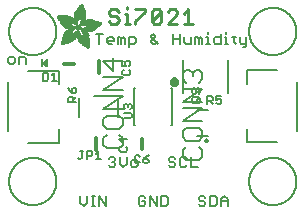
<source format=gbr>
G04 EAGLE Gerber RS-274X export*
G75*
%MOMM*%
%FSLAX34Y34*%
%LPD*%
%INSilkscreen Top*%
%IPPOS*%
%AMOC8*
5,1,8,0,0,1.08239X$1,22.5*%
G01*
%ADD10C,0.152400*%
%ADD11C,0.228600*%
%ADD12C,0.127000*%
%ADD13C,0.609600*%
%ADD14C,0.304800*%
%ADD15C,0.203200*%
%ADD16R,0.050800X0.006300*%
%ADD17R,0.082600X0.006400*%
%ADD18R,0.120600X0.006300*%
%ADD19R,0.139700X0.006400*%
%ADD20R,0.158800X0.006300*%
%ADD21R,0.177800X0.006400*%
%ADD22R,0.196800X0.006300*%
%ADD23R,0.215900X0.006400*%
%ADD24R,0.228600X0.006300*%
%ADD25R,0.241300X0.006400*%
%ADD26R,0.254000X0.006300*%
%ADD27R,0.266700X0.006400*%
%ADD28R,0.279400X0.006300*%
%ADD29R,0.285700X0.006400*%
%ADD30R,0.298400X0.006300*%
%ADD31R,0.311200X0.006400*%
%ADD32R,0.317500X0.006300*%
%ADD33R,0.330200X0.006400*%
%ADD34R,0.336600X0.006300*%
%ADD35R,0.349200X0.006400*%
%ADD36R,0.361900X0.006300*%
%ADD37R,0.368300X0.006400*%
%ADD38R,0.381000X0.006300*%
%ADD39R,0.387300X0.006400*%
%ADD40R,0.393700X0.006300*%
%ADD41R,0.406400X0.006400*%
%ADD42R,0.412700X0.006300*%
%ADD43R,0.419100X0.006400*%
%ADD44R,0.431800X0.006300*%
%ADD45R,0.438100X0.006400*%
%ADD46R,0.450800X0.006300*%
%ADD47R,0.457200X0.006400*%
%ADD48R,0.463500X0.006300*%
%ADD49R,0.476200X0.006400*%
%ADD50R,0.482600X0.006300*%
%ADD51R,0.488900X0.006400*%
%ADD52R,0.501600X0.006300*%
%ADD53R,0.508000X0.006400*%
%ADD54R,0.514300X0.006300*%
%ADD55R,0.527000X0.006400*%
%ADD56R,0.533400X0.006300*%
%ADD57R,0.546100X0.006400*%
%ADD58R,0.552400X0.006300*%
%ADD59R,0.558800X0.006400*%
%ADD60R,0.571500X0.006300*%
%ADD61R,0.577800X0.006400*%
%ADD62R,0.584200X0.006300*%
%ADD63R,0.596900X0.006400*%
%ADD64R,0.603200X0.006300*%
%ADD65R,0.609600X0.006400*%
%ADD66R,0.622300X0.006300*%
%ADD67R,0.628600X0.006400*%
%ADD68R,0.641300X0.006300*%
%ADD69R,0.647700X0.006400*%
%ADD70R,0.063500X0.006300*%
%ADD71R,0.654000X0.006300*%
%ADD72R,0.101600X0.006400*%
%ADD73R,0.666700X0.006400*%
%ADD74R,0.139700X0.006300*%
%ADD75R,0.673100X0.006300*%
%ADD76R,0.165100X0.006400*%
%ADD77R,0.679400X0.006400*%
%ADD78R,0.196900X0.006300*%
%ADD79R,0.692100X0.006300*%
%ADD80R,0.222200X0.006400*%
%ADD81R,0.698500X0.006400*%
%ADD82R,0.247700X0.006300*%
%ADD83R,0.704800X0.006300*%
%ADD84R,0.279400X0.006400*%
%ADD85R,0.717500X0.006400*%
%ADD86R,0.298500X0.006300*%
%ADD87R,0.723900X0.006300*%
%ADD88R,0.736600X0.006400*%
%ADD89R,0.342900X0.006300*%
%ADD90R,0.742900X0.006300*%
%ADD91R,0.374700X0.006400*%
%ADD92R,0.749300X0.006400*%
%ADD93R,0.762000X0.006300*%
%ADD94R,0.412700X0.006400*%
%ADD95R,0.768300X0.006400*%
%ADD96R,0.438100X0.006300*%
%ADD97R,0.774700X0.006300*%
%ADD98R,0.463600X0.006400*%
%ADD99R,0.787400X0.006400*%
%ADD100R,0.793700X0.006300*%
%ADD101R,0.495300X0.006400*%
%ADD102R,0.800100X0.006400*%
%ADD103R,0.520700X0.006300*%
%ADD104R,0.812800X0.006300*%
%ADD105R,0.533400X0.006400*%
%ADD106R,0.819100X0.006400*%
%ADD107R,0.558800X0.006300*%
%ADD108R,0.825500X0.006300*%
%ADD109R,0.577900X0.006400*%
%ADD110R,0.831800X0.006400*%
%ADD111R,0.596900X0.006300*%
%ADD112R,0.844500X0.006300*%
%ADD113R,0.616000X0.006400*%
%ADD114R,0.850900X0.006400*%
%ADD115R,0.635000X0.006300*%
%ADD116R,0.857200X0.006300*%
%ADD117R,0.654100X0.006400*%
%ADD118R,0.863600X0.006400*%
%ADD119R,0.666700X0.006300*%
%ADD120R,0.869900X0.006300*%
%ADD121R,0.685800X0.006400*%
%ADD122R,0.876300X0.006400*%
%ADD123R,0.882600X0.006300*%
%ADD124R,0.723900X0.006400*%
%ADD125R,0.889000X0.006400*%
%ADD126R,0.895300X0.006300*%
%ADD127R,0.755700X0.006400*%
%ADD128R,0.901700X0.006400*%
%ADD129R,0.908000X0.006300*%
%ADD130R,0.793800X0.006400*%
%ADD131R,0.914400X0.006400*%
%ADD132R,0.806400X0.006300*%
%ADD133R,0.920700X0.006300*%
%ADD134R,0.825500X0.006400*%
%ADD135R,0.927100X0.006400*%
%ADD136R,0.933400X0.006300*%
%ADD137R,0.857300X0.006400*%
%ADD138R,0.939800X0.006400*%
%ADD139R,0.870000X0.006300*%
%ADD140R,0.939800X0.006300*%
%ADD141R,0.946100X0.006400*%
%ADD142R,0.952500X0.006300*%
%ADD143R,0.908000X0.006400*%
%ADD144R,0.958800X0.006400*%
%ADD145R,0.965200X0.006300*%
%ADD146R,0.965200X0.006400*%
%ADD147R,0.971500X0.006300*%
%ADD148R,0.952500X0.006400*%
%ADD149R,0.977900X0.006400*%
%ADD150R,0.958800X0.006300*%
%ADD151R,0.984200X0.006300*%
%ADD152R,0.971500X0.006400*%
%ADD153R,0.984200X0.006400*%
%ADD154R,0.990600X0.006300*%
%ADD155R,0.984300X0.006400*%
%ADD156R,0.996900X0.006400*%
%ADD157R,0.997000X0.006300*%
%ADD158R,0.996900X0.006300*%
%ADD159R,1.003300X0.006400*%
%ADD160R,1.016000X0.006300*%
%ADD161R,1.009600X0.006300*%
%ADD162R,1.016000X0.006400*%
%ADD163R,1.009600X0.006400*%
%ADD164R,1.022300X0.006300*%
%ADD165R,1.028700X0.006400*%
%ADD166R,1.035100X0.006300*%
%ADD167R,1.047800X0.006400*%
%ADD168R,1.054100X0.006300*%
%ADD169R,1.028700X0.006300*%
%ADD170R,1.054100X0.006400*%
%ADD171R,1.035000X0.006400*%
%ADD172R,1.060400X0.006300*%
%ADD173R,1.035000X0.006300*%
%ADD174R,1.060500X0.006400*%
%ADD175R,1.041400X0.006400*%
%ADD176R,1.066800X0.006300*%
%ADD177R,1.041400X0.006300*%
%ADD178R,1.079500X0.006400*%
%ADD179R,1.047700X0.006400*%
%ADD180R,1.085900X0.006300*%
%ADD181R,1.047700X0.006300*%
%ADD182R,1.085800X0.006400*%
%ADD183R,1.092200X0.006300*%
%ADD184R,1.085900X0.006400*%
%ADD185R,1.098600X0.006300*%
%ADD186R,1.098600X0.006400*%
%ADD187R,1.060400X0.006400*%
%ADD188R,1.104900X0.006300*%
%ADD189R,1.104900X0.006400*%
%ADD190R,1.066800X0.006400*%
%ADD191R,1.111200X0.006300*%
%ADD192R,1.117600X0.006400*%
%ADD193R,1.117600X0.006300*%
%ADD194R,1.073100X0.006300*%
%ADD195R,1.073100X0.006400*%
%ADD196R,1.124000X0.006300*%
%ADD197R,1.079500X0.006300*%
%ADD198R,1.123900X0.006400*%
%ADD199R,1.130300X0.006300*%
%ADD200R,1.130300X0.006400*%
%ADD201R,1.136700X0.006400*%
%ADD202R,1.136700X0.006300*%
%ADD203R,1.085800X0.006300*%
%ADD204R,1.136600X0.006400*%
%ADD205R,1.136600X0.006300*%
%ADD206R,1.143000X0.006400*%
%ADD207R,1.143000X0.006300*%
%ADD208R,1.149400X0.006300*%
%ADD209R,1.149300X0.006300*%
%ADD210R,1.149300X0.006400*%
%ADD211R,1.149400X0.006400*%
%ADD212R,1.155700X0.006400*%
%ADD213R,1.155700X0.006300*%
%ADD214R,1.060500X0.006300*%
%ADD215R,2.197100X0.006400*%
%ADD216R,2.197100X0.006300*%
%ADD217R,2.184400X0.006300*%
%ADD218R,2.184400X0.006400*%
%ADD219R,2.171700X0.006400*%
%ADD220R,2.171700X0.006300*%
%ADD221R,1.530300X0.006400*%
%ADD222R,1.505000X0.006300*%
%ADD223R,1.492300X0.006400*%
%ADD224R,1.485900X0.006300*%
%ADD225R,0.565200X0.006300*%
%ADD226R,1.473200X0.006400*%
%ADD227R,0.565200X0.006400*%
%ADD228R,1.460500X0.006300*%
%ADD229R,1.454100X0.006400*%
%ADD230R,0.552400X0.006400*%
%ADD231R,1.441500X0.006300*%
%ADD232R,0.546100X0.006300*%
%ADD233R,1.435100X0.006400*%
%ADD234R,0.539800X0.006400*%
%ADD235R,1.428800X0.006300*%
%ADD236R,1.422400X0.006400*%
%ADD237R,1.409700X0.006300*%
%ADD238R,0.527100X0.006300*%
%ADD239R,1.403300X0.006400*%
%ADD240R,0.527100X0.006400*%
%ADD241R,1.390700X0.006300*%
%ADD242R,1.384300X0.006400*%
%ADD243R,0.520700X0.006400*%
%ADD244R,1.384300X0.006300*%
%ADD245R,0.514400X0.006300*%
%ADD246R,1.371600X0.006400*%
%ADD247R,1.365200X0.006300*%
%ADD248R,0.508000X0.006300*%
%ADD249R,1.352600X0.006400*%
%ADD250R,0.501700X0.006400*%
%ADD251R,0.711200X0.006300*%
%ADD252R,0.603300X0.006300*%
%ADD253R,0.501700X0.006300*%
%ADD254R,0.692100X0.006400*%
%ADD255R,0.571500X0.006400*%
%ADD256R,0.679400X0.006300*%
%ADD257R,0.495300X0.006300*%
%ADD258R,0.673100X0.006400*%
%ADD259R,0.666800X0.006300*%
%ADD260R,0.488900X0.006300*%
%ADD261R,0.660400X0.006400*%
%ADD262R,0.482600X0.006400*%
%ADD263R,0.476200X0.006300*%
%ADD264R,0.654000X0.006400*%
%ADD265R,0.469900X0.006400*%
%ADD266R,0.476300X0.006400*%
%ADD267R,0.647700X0.006300*%
%ADD268R,0.457200X0.006300*%
%ADD269R,0.469900X0.006300*%
%ADD270R,0.641300X0.006400*%
%ADD271R,0.444500X0.006400*%
%ADD272R,0.463600X0.006300*%
%ADD273R,0.635000X0.006400*%
%ADD274R,0.463500X0.006400*%
%ADD275R,0.393700X0.006400*%
%ADD276R,0.450800X0.006400*%
%ADD277R,0.628600X0.006300*%
%ADD278R,0.387400X0.006300*%
%ADD279R,0.450900X0.006300*%
%ADD280R,0.628700X0.006400*%
%ADD281R,0.374600X0.006400*%
%ADD282R,0.368300X0.006300*%
%ADD283R,0.438200X0.006300*%
%ADD284R,0.622300X0.006400*%
%ADD285R,0.355600X0.006400*%
%ADD286R,0.431800X0.006400*%
%ADD287R,0.349300X0.006300*%
%ADD288R,0.425400X0.006300*%
%ADD289R,0.615900X0.006300*%
%ADD290R,0.330200X0.006300*%
%ADD291R,0.419100X0.006300*%
%ADD292R,0.616000X0.006300*%
%ADD293R,0.311200X0.006300*%
%ADD294R,0.406400X0.006300*%
%ADD295R,0.615900X0.006400*%
%ADD296R,0.304800X0.006400*%
%ADD297R,0.158800X0.006400*%
%ADD298R,0.609600X0.006300*%
%ADD299R,0.292100X0.006300*%
%ADD300R,0.235000X0.006300*%
%ADD301R,0.387400X0.006400*%
%ADD302R,0.292100X0.006400*%
%ADD303R,0.336500X0.006300*%
%ADD304R,0.260400X0.006300*%
%ADD305R,0.603300X0.006400*%
%ADD306R,0.260400X0.006400*%
%ADD307R,0.362000X0.006400*%
%ADD308R,0.450900X0.006400*%
%ADD309R,0.355600X0.006300*%
%ADD310R,0.342900X0.006400*%
%ADD311R,0.514300X0.006400*%
%ADD312R,0.234900X0.006300*%
%ADD313R,0.539700X0.006300*%
%ADD314R,0.603200X0.006400*%
%ADD315R,0.234900X0.006400*%
%ADD316R,0.920700X0.006400*%
%ADD317R,0.958900X0.006400*%
%ADD318R,0.215900X0.006300*%
%ADD319R,0.209600X0.006400*%
%ADD320R,0.203200X0.006300*%
%ADD321R,1.003300X0.006300*%
%ADD322R,0.203200X0.006400*%
%ADD323R,0.196900X0.006400*%
%ADD324R,0.190500X0.006300*%
%ADD325R,0.190500X0.006400*%
%ADD326R,0.184200X0.006300*%
%ADD327R,0.590500X0.006400*%
%ADD328R,0.184200X0.006400*%
%ADD329R,0.590500X0.006300*%
%ADD330R,0.177800X0.006300*%
%ADD331R,0.584200X0.006400*%
%ADD332R,1.168400X0.006400*%
%ADD333R,0.171500X0.006300*%
%ADD334R,1.187500X0.006300*%
%ADD335R,1.200100X0.006400*%
%ADD336R,0.577800X0.006300*%
%ADD337R,1.212900X0.006300*%
%ADD338R,1.231900X0.006400*%
%ADD339R,1.250900X0.006300*%
%ADD340R,0.565100X0.006400*%
%ADD341R,0.184100X0.006400*%
%ADD342R,1.263700X0.006400*%
%ADD343R,0.565100X0.006300*%
%ADD344R,1.289100X0.006300*%
%ADD345R,1.314400X0.006400*%
%ADD346R,0.552500X0.006300*%
%ADD347R,1.568500X0.006300*%
%ADD348R,0.552500X0.006400*%
%ADD349R,1.581200X0.006400*%
%ADD350R,1.593800X0.006300*%
%ADD351R,1.606500X0.006400*%
%ADD352R,1.619300X0.006300*%
%ADD353R,0.514400X0.006400*%
%ADD354R,1.638300X0.006400*%
%ADD355R,1.657300X0.006300*%
%ADD356R,2.209800X0.006400*%
%ADD357R,2.425700X0.006300*%
%ADD358R,2.470100X0.006400*%
%ADD359R,2.501900X0.006300*%
%ADD360R,2.533700X0.006400*%
%ADD361R,2.559000X0.006300*%
%ADD362R,2.584500X0.006400*%
%ADD363R,2.609900X0.006300*%
%ADD364R,2.628900X0.006400*%
%ADD365R,2.660600X0.006300*%
%ADD366R,2.673400X0.006400*%
%ADD367R,1.422400X0.006300*%
%ADD368R,1.200200X0.006300*%
%ADD369R,1.365300X0.006300*%
%ADD370R,1.365300X0.006400*%
%ADD371R,1.352500X0.006300*%
%ADD372R,1.098500X0.006300*%
%ADD373R,1.358900X0.006400*%
%ADD374R,1.352600X0.006300*%
%ADD375R,1.358900X0.006300*%
%ADD376R,1.371600X0.006300*%
%ADD377R,1.377900X0.006400*%
%ADD378R,1.397000X0.006400*%
%ADD379R,1.403300X0.006300*%
%ADD380R,0.914400X0.006300*%
%ADD381R,0.876300X0.006300*%
%ADD382R,0.374600X0.006300*%
%ADD383R,1.073200X0.006400*%
%ADD384R,0.374700X0.006300*%
%ADD385R,0.844600X0.006400*%
%ADD386R,0.844600X0.006300*%
%ADD387R,0.831900X0.006400*%
%ADD388R,1.092200X0.006400*%
%ADD389R,0.400000X0.006300*%
%ADD390R,0.819200X0.006400*%
%ADD391R,1.111300X0.006400*%
%ADD392R,0.812800X0.006400*%
%ADD393R,0.800100X0.006300*%
%ADD394R,0.476300X0.006300*%
%ADD395R,1.181100X0.006300*%
%ADD396R,0.501600X0.006400*%
%ADD397R,1.193800X0.006400*%
%ADD398R,0.781000X0.006400*%
%ADD399R,1.238200X0.006400*%
%ADD400R,0.781100X0.006300*%
%ADD401R,1.257300X0.006300*%
%ADD402R,1.295400X0.006400*%
%ADD403R,1.333500X0.006300*%
%ADD404R,0.774700X0.006400*%
%ADD405R,1.866900X0.006400*%
%ADD406R,0.209600X0.006300*%
%ADD407R,1.866900X0.006300*%
%ADD408R,0.768400X0.006400*%
%ADD409R,0.209500X0.006400*%
%ADD410R,1.860600X0.006400*%
%ADD411R,0.762000X0.006400*%
%ADD412R,0.768400X0.006300*%
%ADD413R,1.860600X0.006300*%
%ADD414R,1.860500X0.006400*%
%ADD415R,0.222300X0.006300*%
%ADD416R,1.854200X0.006300*%
%ADD417R,0.235000X0.006400*%
%ADD418R,1.854200X0.006400*%
%ADD419R,0.768300X0.006300*%
%ADD420R,0.260300X0.006400*%
%ADD421R,1.847800X0.006400*%
%ADD422R,0.266700X0.006300*%
%ADD423R,1.847800X0.006300*%
%ADD424R,0.273100X0.006400*%
%ADD425R,1.841500X0.006400*%
%ADD426R,0.285800X0.006300*%
%ADD427R,1.841500X0.006300*%
%ADD428R,0.298500X0.006400*%
%ADD429R,1.835100X0.006400*%
%ADD430R,0.781000X0.006300*%
%ADD431R,0.304800X0.006300*%
%ADD432R,1.835100X0.006300*%
%ADD433R,0.317500X0.006400*%
%ADD434R,1.828800X0.006400*%
%ADD435R,0.787400X0.006300*%
%ADD436R,0.323800X0.006300*%
%ADD437R,1.828800X0.006300*%
%ADD438R,0.793700X0.006400*%
%ADD439R,1.822400X0.006400*%
%ADD440R,0.806500X0.006300*%
%ADD441R,1.822400X0.006300*%
%ADD442R,1.816100X0.006400*%
%ADD443R,0.819100X0.006300*%
%ADD444R,0.387300X0.006300*%
%ADD445R,1.816100X0.006300*%
%ADD446R,1.809800X0.006400*%
%ADD447R,1.803400X0.006300*%
%ADD448R,1.797000X0.006400*%
%ADD449R,0.901700X0.006300*%
%ADD450R,1.797000X0.006300*%
%ADD451R,1.441400X0.006400*%
%ADD452R,1.790700X0.006400*%
%ADD453R,1.447800X0.006300*%
%ADD454R,1.784300X0.006300*%
%ADD455R,1.447800X0.006400*%
%ADD456R,1.784300X0.006400*%
%ADD457R,1.454100X0.006300*%
%ADD458R,1.771700X0.006300*%
%ADD459R,1.460500X0.006400*%
%ADD460R,1.759000X0.006400*%
%ADD461R,1.466800X0.006300*%
%ADD462R,1.752600X0.006300*%
%ADD463R,1.466800X0.006400*%
%ADD464R,1.739900X0.006400*%
%ADD465R,1.473200X0.006300*%
%ADD466R,1.727200X0.006300*%
%ADD467R,1.479500X0.006400*%
%ADD468R,1.714500X0.006400*%
%ADD469R,1.695400X0.006300*%
%ADD470R,1.485900X0.006400*%
%ADD471R,1.682700X0.006400*%
%ADD472R,1.492200X0.006300*%
%ADD473R,1.663700X0.006300*%
%ADD474R,1.498600X0.006400*%
%ADD475R,1.644600X0.006400*%
%ADD476R,1.498600X0.006300*%
%ADD477R,1.619200X0.006300*%
%ADD478R,1.511300X0.006400*%
%ADD479R,1.600200X0.006400*%
%ADD480R,1.517700X0.006300*%
%ADD481R,1.574800X0.006300*%
%ADD482R,1.524000X0.006400*%
%ADD483R,1.555800X0.006400*%
%ADD484R,1.524000X0.006300*%
%ADD485R,1.536700X0.006300*%
%ADD486R,1.530400X0.006400*%
%ADD487R,1.517700X0.006400*%
%ADD488R,1.492300X0.006300*%
%ADD489R,1.549400X0.006400*%
%ADD490R,1.479600X0.006400*%
%ADD491R,1.549400X0.006300*%
%ADD492R,1.555700X0.006400*%
%ADD493R,1.562100X0.006300*%
%ADD494R,0.323900X0.006300*%
%ADD495R,1.568400X0.006400*%
%ADD496R,0.336600X0.006400*%
%ADD497R,1.587500X0.006300*%
%ADD498R,0.971600X0.006300*%
%ADD499R,0.349300X0.006400*%
%ADD500R,1.600200X0.006300*%
%ADD501R,0.920800X0.006300*%
%ADD502R,0.882700X0.006400*%
%ADD503R,1.612900X0.006300*%
%ADD504R,0.362000X0.006300*%
%ADD505R,1.625600X0.006400*%
%ADD506R,1.625600X0.006300*%
%ADD507R,1.644600X0.006300*%
%ADD508R,0.736600X0.006300*%
%ADD509R,0.717600X0.006400*%
%ADD510R,1.657400X0.006300*%
%ADD511R,0.679500X0.006300*%
%ADD512R,1.663700X0.006400*%
%ADD513R,0.400000X0.006400*%
%ADD514R,1.676400X0.006300*%
%ADD515R,1.676400X0.006400*%
%ADD516R,0.425500X0.006400*%
%ADD517R,1.352500X0.006400*%
%ADD518R,0.444500X0.006300*%
%ADD519R,0.361900X0.006400*%
%ADD520R,0.088900X0.006300*%
%ADD521R,1.009700X0.006300*%
%ADD522R,1.009700X0.006400*%
%ADD523R,1.022300X0.006400*%
%ADD524R,1.346200X0.006400*%
%ADD525R,1.346200X0.006300*%
%ADD526R,1.339900X0.006400*%
%ADD527R,1.035100X0.006400*%
%ADD528R,1.339800X0.006300*%
%ADD529R,1.333500X0.006400*%
%ADD530R,1.327200X0.006400*%
%ADD531R,1.320800X0.006300*%
%ADD532R,1.314500X0.006400*%
%ADD533R,1.314400X0.006300*%
%ADD534R,1.301700X0.006400*%
%ADD535R,1.295400X0.006300*%
%ADD536R,1.289000X0.006400*%
%ADD537R,1.276300X0.006300*%
%ADD538R,1.251000X0.006300*%
%ADD539R,1.244600X0.006400*%
%ADD540R,1.231900X0.006300*%
%ADD541R,1.212800X0.006400*%
%ADD542R,1.200100X0.006300*%
%ADD543R,1.187400X0.006400*%
%ADD544R,1.168400X0.006300*%
%ADD545R,1.047800X0.006300*%
%ADD546R,0.977900X0.006300*%
%ADD547R,0.946200X0.006400*%
%ADD548R,0.933400X0.006400*%
%ADD549R,0.895300X0.006400*%
%ADD550R,0.882700X0.006300*%
%ADD551R,0.863600X0.006300*%
%ADD552R,0.857200X0.006400*%
%ADD553R,0.850900X0.006300*%
%ADD554R,0.838200X0.006300*%
%ADD555R,0.806500X0.006400*%
%ADD556R,0.717600X0.006300*%
%ADD557R,0.711200X0.006400*%
%ADD558R,0.641400X0.006400*%
%ADD559R,0.641400X0.006300*%
%ADD560R,0.628700X0.006300*%
%ADD561R,0.590600X0.006300*%
%ADD562R,0.539700X0.006400*%
%ADD563R,0.285700X0.006300*%
%ADD564R,0.222200X0.006300*%
%ADD565R,0.171400X0.006300*%
%ADD566R,0.152400X0.006400*%
%ADD567R,0.133400X0.006300*%
%ADD568R,0.127000X0.762000*%

G36*
X37348Y122433D02*
X37348Y122433D01*
X37377Y122430D01*
X37469Y122450D01*
X37562Y122463D01*
X37589Y122476D01*
X37618Y122482D01*
X37698Y122530D01*
X37782Y122572D01*
X37803Y122593D01*
X37829Y122608D01*
X37890Y122680D01*
X37956Y122746D01*
X37969Y122772D01*
X37989Y122795D01*
X38024Y122882D01*
X38066Y122966D01*
X38070Y122996D01*
X38081Y123023D01*
X38099Y123190D01*
X38099Y128270D01*
X38094Y128299D01*
X38097Y128329D01*
X38075Y128420D01*
X38060Y128513D01*
X38046Y128539D01*
X38039Y128568D01*
X37988Y128647D01*
X37944Y128730D01*
X37923Y128751D01*
X37907Y128776D01*
X37834Y128835D01*
X37766Y128900D01*
X37739Y128912D01*
X37716Y128931D01*
X37628Y128964D01*
X37543Y129003D01*
X37513Y129006D01*
X37486Y129017D01*
X37392Y129020D01*
X37299Y129030D01*
X37269Y129024D01*
X37240Y129025D01*
X37150Y128998D01*
X37058Y128978D01*
X37033Y128963D01*
X37004Y128954D01*
X36862Y128864D01*
X33687Y126324D01*
X33618Y126247D01*
X33545Y126174D01*
X33536Y126157D01*
X33523Y126142D01*
X33481Y126046D01*
X33435Y125954D01*
X33433Y125934D01*
X33425Y125916D01*
X33416Y125813D01*
X33402Y125710D01*
X33406Y125691D01*
X33404Y125671D01*
X33429Y125570D01*
X33448Y125468D01*
X33458Y125451D01*
X33462Y125432D01*
X33518Y125345D01*
X33569Y125254D01*
X33586Y125237D01*
X33594Y125224D01*
X33619Y125204D01*
X33687Y125136D01*
X36862Y122596D01*
X36888Y122581D01*
X36910Y122561D01*
X36995Y122521D01*
X37077Y122475D01*
X37106Y122469D01*
X37133Y122457D01*
X37226Y122447D01*
X37318Y122429D01*
X37348Y122433D01*
G37*
D10*
X65758Y13215D02*
X65758Y7453D01*
X68640Y4572D01*
X71521Y7453D01*
X71521Y13215D01*
X75114Y4572D02*
X77995Y4572D01*
X76554Y4572D02*
X76554Y13215D01*
X75114Y13215D02*
X77995Y13215D01*
X81350Y13215D02*
X81350Y4572D01*
X87113Y4572D02*
X81350Y13215D01*
X87113Y13215D02*
X87113Y4572D01*
X89599Y44795D02*
X91040Y46235D01*
X93921Y46235D01*
X95361Y44795D01*
X95361Y43354D01*
X93921Y41914D01*
X92480Y41914D01*
X93921Y41914D02*
X95361Y40473D01*
X95361Y39033D01*
X93921Y37592D01*
X91040Y37592D01*
X89599Y39033D01*
X98954Y40473D02*
X98954Y46235D01*
X98954Y40473D02*
X101836Y37592D01*
X104717Y40473D01*
X104717Y46235D01*
X109750Y37592D02*
X112631Y37592D01*
X114072Y39033D01*
X114072Y41914D01*
X112631Y43354D01*
X109750Y43354D01*
X108310Y41914D01*
X108310Y39033D01*
X109750Y37592D01*
X119321Y13215D02*
X120761Y11775D01*
X119321Y13215D02*
X116440Y13215D01*
X114999Y11775D01*
X114999Y6013D01*
X116440Y4572D01*
X119321Y4572D01*
X120761Y6013D01*
X120761Y8894D01*
X117880Y8894D01*
X124354Y13215D02*
X124354Y4572D01*
X130117Y4572D02*
X124354Y13215D01*
X130117Y13215D02*
X130117Y4572D01*
X133710Y4572D02*
X133710Y13215D01*
X133710Y4572D02*
X138031Y4572D01*
X139472Y6013D01*
X139472Y11775D01*
X138031Y13215D01*
X133710Y13215D01*
X146161Y44795D02*
X144721Y46235D01*
X141840Y46235D01*
X140399Y44795D01*
X140399Y43354D01*
X141840Y41914D01*
X144721Y41914D01*
X146161Y40473D01*
X146161Y39033D01*
X144721Y37592D01*
X141840Y37592D01*
X140399Y39033D01*
X154076Y46235D02*
X155517Y44795D01*
X154076Y46235D02*
X151195Y46235D01*
X149754Y44795D01*
X149754Y39033D01*
X151195Y37592D01*
X154076Y37592D01*
X155517Y39033D01*
X159110Y37592D02*
X159110Y46235D01*
X159110Y37592D02*
X164872Y37592D01*
X170121Y13215D02*
X171561Y11775D01*
X170121Y13215D02*
X167240Y13215D01*
X165799Y11775D01*
X165799Y10334D01*
X167240Y8894D01*
X170121Y8894D01*
X171561Y7453D01*
X171561Y6013D01*
X170121Y4572D01*
X167240Y4572D01*
X165799Y6013D01*
X175154Y4572D02*
X175154Y13215D01*
X175154Y4572D02*
X179476Y4572D01*
X180917Y6013D01*
X180917Y11775D01*
X179476Y13215D01*
X175154Y13215D01*
X184510Y10334D02*
X184510Y4572D01*
X184510Y10334D02*
X187391Y13215D01*
X190272Y10334D01*
X190272Y4572D01*
X190272Y8894D02*
X184510Y8894D01*
D11*
X98013Y169258D02*
X95937Y171334D01*
X91785Y171334D01*
X89709Y169258D01*
X89709Y167181D01*
X91785Y165105D01*
X95937Y165105D01*
X98013Y163029D01*
X98013Y160953D01*
X95937Y158877D01*
X91785Y158877D01*
X89709Y160953D01*
X103274Y167181D02*
X105350Y167181D01*
X105350Y158877D01*
X103274Y158877D02*
X107426Y158877D01*
X105350Y171334D02*
X105350Y173410D01*
X112317Y171334D02*
X120622Y171334D01*
X120622Y169258D01*
X112317Y160953D01*
X112317Y158877D01*
X125882Y160953D02*
X125882Y169258D01*
X127958Y171334D01*
X132110Y171334D01*
X134187Y169258D01*
X134187Y160953D01*
X132110Y158877D01*
X127958Y158877D01*
X125882Y160953D01*
X134187Y169258D01*
X139447Y158877D02*
X147752Y158877D01*
X147752Y167181D02*
X139447Y158877D01*
X147752Y167181D02*
X147752Y169258D01*
X145676Y171334D01*
X141523Y171334D01*
X139447Y169258D01*
X153012Y167181D02*
X157164Y171334D01*
X157164Y158877D01*
X153012Y158877D02*
X161317Y158877D01*
D10*
X81667Y150375D02*
X81667Y141732D01*
X78786Y150375D02*
X84548Y150375D01*
X89581Y141732D02*
X92463Y141732D01*
X89581Y141732D02*
X88141Y143173D01*
X88141Y146054D01*
X89581Y147494D01*
X92463Y147494D01*
X93903Y146054D01*
X93903Y144613D01*
X88141Y144613D01*
X97496Y141732D02*
X97496Y147494D01*
X98937Y147494D01*
X100377Y146054D01*
X100377Y141732D01*
X100377Y146054D02*
X101818Y147494D01*
X103258Y146054D01*
X103258Y141732D01*
X106851Y138851D02*
X106851Y147494D01*
X111173Y147494D01*
X112613Y146054D01*
X112613Y143173D01*
X111173Y141732D01*
X106851Y141732D01*
X128443Y141732D02*
X131324Y144613D01*
X128443Y141732D02*
X127002Y141732D01*
X125562Y143173D01*
X125562Y144613D01*
X128443Y147494D01*
X128443Y148935D01*
X127002Y150375D01*
X125562Y148935D01*
X125562Y147494D01*
X131324Y141732D01*
X144272Y141732D02*
X144272Y150375D01*
X144272Y146054D02*
X150034Y146054D01*
X150034Y150375D02*
X150034Y141732D01*
X153627Y143173D02*
X153627Y147494D01*
X153627Y143173D02*
X155068Y141732D01*
X159389Y141732D01*
X159389Y147494D01*
X162982Y147494D02*
X162982Y141732D01*
X162982Y147494D02*
X164423Y147494D01*
X165863Y146054D01*
X165863Y141732D01*
X165863Y146054D02*
X167304Y147494D01*
X168745Y146054D01*
X168745Y141732D01*
X172338Y147494D02*
X173778Y147494D01*
X173778Y141732D01*
X172338Y141732D02*
X175219Y141732D01*
X173778Y150375D02*
X173778Y151816D01*
X184337Y150375D02*
X184337Y141732D01*
X180015Y141732D01*
X178574Y143173D01*
X178574Y146054D01*
X180015Y147494D01*
X184337Y147494D01*
X187930Y147494D02*
X189370Y147494D01*
X189370Y141732D01*
X187930Y141732D02*
X190811Y141732D01*
X189370Y150375D02*
X189370Y151816D01*
X195607Y148935D02*
X195607Y143173D01*
X197047Y141732D01*
X197047Y147494D02*
X194166Y147494D01*
X200403Y147494D02*
X200403Y143173D01*
X201844Y141732D01*
X206165Y141732D01*
X206165Y140291D02*
X206165Y147494D01*
X206165Y140291D02*
X204725Y138851D01*
X203284Y138851D01*
D12*
X8894Y125095D02*
X5928Y125095D01*
X8894Y125095D02*
X10377Y126578D01*
X10377Y129544D01*
X8894Y131027D01*
X5928Y131027D01*
X4445Y129544D01*
X4445Y126578D01*
X5928Y125095D01*
X13800Y125095D02*
X13800Y131027D01*
X18249Y131027D01*
X19732Y129544D01*
X19732Y125095D01*
X142000Y104900D02*
X143000Y104900D01*
X143000Y72900D01*
X142000Y72900D01*
X112000Y104900D02*
X111000Y104900D01*
X111000Y72900D01*
X112000Y72900D01*
D13*
X144000Y109900D02*
X144002Y109963D01*
X144008Y110025D01*
X144018Y110087D01*
X144031Y110149D01*
X144049Y110209D01*
X144070Y110268D01*
X144095Y110326D01*
X144124Y110382D01*
X144156Y110436D01*
X144191Y110488D01*
X144229Y110537D01*
X144271Y110585D01*
X144315Y110629D01*
X144363Y110671D01*
X144412Y110709D01*
X144464Y110744D01*
X144518Y110776D01*
X144574Y110805D01*
X144632Y110830D01*
X144691Y110851D01*
X144751Y110869D01*
X144813Y110882D01*
X144875Y110892D01*
X144937Y110898D01*
X145000Y110900D01*
X145063Y110898D01*
X145125Y110892D01*
X145187Y110882D01*
X145249Y110869D01*
X145309Y110851D01*
X145368Y110830D01*
X145426Y110805D01*
X145482Y110776D01*
X145536Y110744D01*
X145588Y110709D01*
X145637Y110671D01*
X145685Y110629D01*
X145729Y110585D01*
X145771Y110537D01*
X145809Y110488D01*
X145844Y110436D01*
X145876Y110382D01*
X145905Y110326D01*
X145930Y110268D01*
X145951Y110209D01*
X145969Y110149D01*
X145982Y110087D01*
X145992Y110025D01*
X145998Y109963D01*
X146000Y109900D01*
X145998Y109837D01*
X145992Y109775D01*
X145982Y109713D01*
X145969Y109651D01*
X145951Y109591D01*
X145930Y109532D01*
X145905Y109474D01*
X145876Y109418D01*
X145844Y109364D01*
X145809Y109312D01*
X145771Y109263D01*
X145729Y109215D01*
X145685Y109171D01*
X145637Y109129D01*
X145588Y109091D01*
X145536Y109056D01*
X145482Y109024D01*
X145426Y108995D01*
X145368Y108970D01*
X145309Y108949D01*
X145249Y108931D01*
X145187Y108918D01*
X145125Y108908D01*
X145063Y108902D01*
X145000Y108900D01*
X144937Y108902D01*
X144875Y108908D01*
X144813Y108918D01*
X144751Y108931D01*
X144691Y108949D01*
X144632Y108970D01*
X144574Y108995D01*
X144518Y109024D01*
X144464Y109056D01*
X144412Y109091D01*
X144363Y109129D01*
X144315Y109171D01*
X144271Y109215D01*
X144229Y109263D01*
X144191Y109312D01*
X144156Y109364D01*
X144124Y109418D01*
X144095Y109474D01*
X144070Y109532D01*
X144049Y109591D01*
X144031Y109651D01*
X144018Y109713D01*
X144008Y109775D01*
X144002Y109837D01*
X144000Y109900D01*
D14*
X78740Y62230D02*
X78740Y52070D01*
D10*
X98546Y53869D02*
X99648Y54970D01*
X98546Y53869D02*
X98546Y51665D01*
X99648Y50564D01*
X104054Y50564D01*
X105156Y51665D01*
X105156Y53869D01*
X104054Y54970D01*
X105156Y61353D02*
X98546Y61353D01*
X101851Y58048D01*
X101851Y62454D01*
D15*
X64780Y79630D02*
X64780Y95630D01*
X97780Y95630D02*
X97780Y79630D01*
X85280Y98130D02*
X77280Y98130D01*
D10*
X102356Y79044D02*
X107864Y79044D01*
X108966Y80145D01*
X108966Y82349D01*
X107864Y83450D01*
X102356Y83450D01*
X103458Y86528D02*
X102356Y87629D01*
X102356Y89833D01*
X103458Y90934D01*
X104560Y90934D01*
X105661Y89833D01*
X105661Y88731D01*
X105661Y89833D02*
X106763Y90934D01*
X107864Y90934D01*
X108966Y89833D01*
X108966Y87629D01*
X107864Y86528D01*
D14*
X81280Y116840D02*
X81280Y127000D01*
D10*
X101086Y118639D02*
X102188Y119740D01*
X101086Y118639D02*
X101086Y116435D01*
X102188Y115334D01*
X106594Y115334D01*
X107696Y116435D01*
X107696Y118639D01*
X106594Y119740D01*
X101086Y122818D02*
X101086Y127224D01*
X101086Y122818D02*
X104391Y122818D01*
X103290Y125021D01*
X103290Y126123D01*
X104391Y127224D01*
X106594Y127224D01*
X107696Y126123D01*
X107696Y123919D01*
X106594Y122818D01*
D14*
X118110Y61150D02*
X118110Y53150D01*
D10*
X114829Y47504D02*
X115930Y46402D01*
X114829Y47504D02*
X112625Y47504D01*
X111524Y46402D01*
X111524Y41996D01*
X112625Y40894D01*
X114829Y40894D01*
X115930Y41996D01*
X121211Y46402D02*
X123414Y47504D01*
X121211Y46402D02*
X119008Y44199D01*
X119008Y41996D01*
X120109Y40894D01*
X122313Y40894D01*
X123414Y41996D01*
X123414Y43097D01*
X122313Y44199D01*
X119008Y44199D01*
D15*
X152450Y100300D02*
X152450Y128300D01*
X190450Y128300D02*
X190450Y100300D01*
D10*
X173244Y97544D02*
X173244Y90934D01*
X173244Y97544D02*
X176549Y97544D01*
X177650Y96442D01*
X177650Y94239D01*
X176549Y93137D01*
X173244Y93137D01*
X175447Y93137D02*
X177650Y90934D01*
X180728Y97544D02*
X185134Y97544D01*
X180728Y97544D02*
X180728Y94239D01*
X182931Y95340D01*
X184033Y95340D01*
X185134Y94239D01*
X185134Y92036D01*
X184033Y90934D01*
X181829Y90934D01*
X180728Y92036D01*
D15*
X173410Y63930D02*
X164410Y63930D01*
X164410Y85930D02*
X173410Y85930D01*
X171410Y59930D02*
X171412Y59993D01*
X171418Y60055D01*
X171428Y60117D01*
X171441Y60179D01*
X171459Y60239D01*
X171480Y60298D01*
X171505Y60356D01*
X171534Y60412D01*
X171566Y60466D01*
X171601Y60518D01*
X171639Y60567D01*
X171681Y60615D01*
X171725Y60659D01*
X171773Y60701D01*
X171822Y60739D01*
X171874Y60774D01*
X171928Y60806D01*
X171984Y60835D01*
X172042Y60860D01*
X172101Y60881D01*
X172161Y60899D01*
X172223Y60912D01*
X172285Y60922D01*
X172347Y60928D01*
X172410Y60930D01*
X172473Y60928D01*
X172535Y60922D01*
X172597Y60912D01*
X172659Y60899D01*
X172719Y60881D01*
X172778Y60860D01*
X172836Y60835D01*
X172892Y60806D01*
X172946Y60774D01*
X172998Y60739D01*
X173047Y60701D01*
X173095Y60659D01*
X173139Y60615D01*
X173181Y60567D01*
X173219Y60518D01*
X173254Y60466D01*
X173286Y60412D01*
X173315Y60356D01*
X173340Y60298D01*
X173361Y60239D01*
X173379Y60179D01*
X173392Y60117D01*
X173402Y60055D01*
X173408Y59993D01*
X173410Y59930D01*
X173408Y59867D01*
X173402Y59805D01*
X173392Y59743D01*
X173379Y59681D01*
X173361Y59621D01*
X173340Y59562D01*
X173315Y59504D01*
X173286Y59448D01*
X173254Y59394D01*
X173219Y59342D01*
X173181Y59293D01*
X173139Y59245D01*
X173095Y59201D01*
X173047Y59159D01*
X172998Y59121D01*
X172946Y59086D01*
X172892Y59054D01*
X172836Y59025D01*
X172778Y59000D01*
X172719Y58979D01*
X172659Y58961D01*
X172597Y58948D01*
X172535Y58938D01*
X172473Y58932D01*
X172410Y58930D01*
X172347Y58932D01*
X172285Y58938D01*
X172223Y58948D01*
X172161Y58961D01*
X172101Y58979D01*
X172042Y59000D01*
X171984Y59025D01*
X171928Y59054D01*
X171874Y59086D01*
X171822Y59121D01*
X171773Y59159D01*
X171725Y59201D01*
X171681Y59245D01*
X171639Y59293D01*
X171601Y59342D01*
X171566Y59394D01*
X171534Y59448D01*
X171505Y59504D01*
X171480Y59562D01*
X171459Y59621D01*
X171441Y59681D01*
X171428Y59743D01*
X171418Y59805D01*
X171412Y59867D01*
X171410Y59930D01*
D10*
X165776Y92202D02*
X161370Y92202D01*
X160268Y93304D01*
X160268Y95507D01*
X161370Y96608D01*
X165776Y96608D01*
X166878Y95507D01*
X166878Y93304D01*
X165776Y92202D01*
X164675Y94405D02*
X166878Y96608D01*
X161370Y99686D02*
X160268Y100788D01*
X160268Y102991D01*
X161370Y104093D01*
X162472Y104093D01*
X163573Y102991D01*
X163573Y101889D01*
X163573Y102991D02*
X164675Y104093D01*
X165776Y104093D01*
X166878Y102991D01*
X166878Y100788D01*
X165776Y99686D01*
D15*
X5400Y152400D02*
X5406Y152891D01*
X5424Y153381D01*
X5454Y153871D01*
X5496Y154360D01*
X5550Y154848D01*
X5616Y155335D01*
X5694Y155819D01*
X5784Y156302D01*
X5886Y156782D01*
X5999Y157260D01*
X6124Y157734D01*
X6261Y158206D01*
X6409Y158674D01*
X6569Y159138D01*
X6740Y159598D01*
X6922Y160054D01*
X7116Y160505D01*
X7320Y160951D01*
X7536Y161392D01*
X7762Y161828D01*
X7998Y162258D01*
X8245Y162682D01*
X8503Y163100D01*
X8771Y163511D01*
X9048Y163916D01*
X9336Y164314D01*
X9633Y164705D01*
X9940Y165088D01*
X10256Y165463D01*
X10581Y165831D01*
X10915Y166191D01*
X11258Y166542D01*
X11609Y166885D01*
X11969Y167219D01*
X12337Y167544D01*
X12712Y167860D01*
X13095Y168167D01*
X13486Y168464D01*
X13884Y168752D01*
X14289Y169029D01*
X14700Y169297D01*
X15118Y169555D01*
X15542Y169802D01*
X15972Y170038D01*
X16408Y170264D01*
X16849Y170480D01*
X17295Y170684D01*
X17746Y170878D01*
X18202Y171060D01*
X18662Y171231D01*
X19126Y171391D01*
X19594Y171539D01*
X20066Y171676D01*
X20540Y171801D01*
X21018Y171914D01*
X21498Y172016D01*
X21981Y172106D01*
X22465Y172184D01*
X22952Y172250D01*
X23440Y172304D01*
X23929Y172346D01*
X24419Y172376D01*
X24909Y172394D01*
X25400Y172400D01*
X25891Y172394D01*
X26381Y172376D01*
X26871Y172346D01*
X27360Y172304D01*
X27848Y172250D01*
X28335Y172184D01*
X28819Y172106D01*
X29302Y172016D01*
X29782Y171914D01*
X30260Y171801D01*
X30734Y171676D01*
X31206Y171539D01*
X31674Y171391D01*
X32138Y171231D01*
X32598Y171060D01*
X33054Y170878D01*
X33505Y170684D01*
X33951Y170480D01*
X34392Y170264D01*
X34828Y170038D01*
X35258Y169802D01*
X35682Y169555D01*
X36100Y169297D01*
X36511Y169029D01*
X36916Y168752D01*
X37314Y168464D01*
X37705Y168167D01*
X38088Y167860D01*
X38463Y167544D01*
X38831Y167219D01*
X39191Y166885D01*
X39542Y166542D01*
X39885Y166191D01*
X40219Y165831D01*
X40544Y165463D01*
X40860Y165088D01*
X41167Y164705D01*
X41464Y164314D01*
X41752Y163916D01*
X42029Y163511D01*
X42297Y163100D01*
X42555Y162682D01*
X42802Y162258D01*
X43038Y161828D01*
X43264Y161392D01*
X43480Y160951D01*
X43684Y160505D01*
X43878Y160054D01*
X44060Y159598D01*
X44231Y159138D01*
X44391Y158674D01*
X44539Y158206D01*
X44676Y157734D01*
X44801Y157260D01*
X44914Y156782D01*
X45016Y156302D01*
X45106Y155819D01*
X45184Y155335D01*
X45250Y154848D01*
X45304Y154360D01*
X45346Y153871D01*
X45376Y153381D01*
X45394Y152891D01*
X45400Y152400D01*
X45394Y151909D01*
X45376Y151419D01*
X45346Y150929D01*
X45304Y150440D01*
X45250Y149952D01*
X45184Y149465D01*
X45106Y148981D01*
X45016Y148498D01*
X44914Y148018D01*
X44801Y147540D01*
X44676Y147066D01*
X44539Y146594D01*
X44391Y146126D01*
X44231Y145662D01*
X44060Y145202D01*
X43878Y144746D01*
X43684Y144295D01*
X43480Y143849D01*
X43264Y143408D01*
X43038Y142972D01*
X42802Y142542D01*
X42555Y142118D01*
X42297Y141700D01*
X42029Y141289D01*
X41752Y140884D01*
X41464Y140486D01*
X41167Y140095D01*
X40860Y139712D01*
X40544Y139337D01*
X40219Y138969D01*
X39885Y138609D01*
X39542Y138258D01*
X39191Y137915D01*
X38831Y137581D01*
X38463Y137256D01*
X38088Y136940D01*
X37705Y136633D01*
X37314Y136336D01*
X36916Y136048D01*
X36511Y135771D01*
X36100Y135503D01*
X35682Y135245D01*
X35258Y134998D01*
X34828Y134762D01*
X34392Y134536D01*
X33951Y134320D01*
X33505Y134116D01*
X33054Y133922D01*
X32598Y133740D01*
X32138Y133569D01*
X31674Y133409D01*
X31206Y133261D01*
X30734Y133124D01*
X30260Y132999D01*
X29782Y132886D01*
X29302Y132784D01*
X28819Y132694D01*
X28335Y132616D01*
X27848Y132550D01*
X27360Y132496D01*
X26871Y132454D01*
X26381Y132424D01*
X25891Y132406D01*
X25400Y132400D01*
X24909Y132406D01*
X24419Y132424D01*
X23929Y132454D01*
X23440Y132496D01*
X22952Y132550D01*
X22465Y132616D01*
X21981Y132694D01*
X21498Y132784D01*
X21018Y132886D01*
X20540Y132999D01*
X20066Y133124D01*
X19594Y133261D01*
X19126Y133409D01*
X18662Y133569D01*
X18202Y133740D01*
X17746Y133922D01*
X17295Y134116D01*
X16849Y134320D01*
X16408Y134536D01*
X15972Y134762D01*
X15542Y134998D01*
X15118Y135245D01*
X14700Y135503D01*
X14289Y135771D01*
X13884Y136048D01*
X13486Y136336D01*
X13095Y136633D01*
X12712Y136940D01*
X12337Y137256D01*
X11969Y137581D01*
X11609Y137915D01*
X11258Y138258D01*
X10915Y138609D01*
X10581Y138969D01*
X10256Y139337D01*
X9940Y139712D01*
X9633Y140095D01*
X9336Y140486D01*
X9048Y140884D01*
X8771Y141289D01*
X8503Y141700D01*
X8245Y142118D01*
X7998Y142542D01*
X7762Y142972D01*
X7536Y143408D01*
X7320Y143849D01*
X7116Y144295D01*
X6922Y144746D01*
X6740Y145202D01*
X6569Y145662D01*
X6409Y146126D01*
X6261Y146594D01*
X6124Y147066D01*
X5999Y147540D01*
X5886Y148018D01*
X5784Y148498D01*
X5694Y148981D01*
X5616Y149465D01*
X5550Y149952D01*
X5496Y150440D01*
X5454Y150929D01*
X5424Y151419D01*
X5406Y151909D01*
X5400Y152400D01*
X208600Y152400D02*
X208606Y152891D01*
X208624Y153381D01*
X208654Y153871D01*
X208696Y154360D01*
X208750Y154848D01*
X208816Y155335D01*
X208894Y155819D01*
X208984Y156302D01*
X209086Y156782D01*
X209199Y157260D01*
X209324Y157734D01*
X209461Y158206D01*
X209609Y158674D01*
X209769Y159138D01*
X209940Y159598D01*
X210122Y160054D01*
X210316Y160505D01*
X210520Y160951D01*
X210736Y161392D01*
X210962Y161828D01*
X211198Y162258D01*
X211445Y162682D01*
X211703Y163100D01*
X211971Y163511D01*
X212248Y163916D01*
X212536Y164314D01*
X212833Y164705D01*
X213140Y165088D01*
X213456Y165463D01*
X213781Y165831D01*
X214115Y166191D01*
X214458Y166542D01*
X214809Y166885D01*
X215169Y167219D01*
X215537Y167544D01*
X215912Y167860D01*
X216295Y168167D01*
X216686Y168464D01*
X217084Y168752D01*
X217489Y169029D01*
X217900Y169297D01*
X218318Y169555D01*
X218742Y169802D01*
X219172Y170038D01*
X219608Y170264D01*
X220049Y170480D01*
X220495Y170684D01*
X220946Y170878D01*
X221402Y171060D01*
X221862Y171231D01*
X222326Y171391D01*
X222794Y171539D01*
X223266Y171676D01*
X223740Y171801D01*
X224218Y171914D01*
X224698Y172016D01*
X225181Y172106D01*
X225665Y172184D01*
X226152Y172250D01*
X226640Y172304D01*
X227129Y172346D01*
X227619Y172376D01*
X228109Y172394D01*
X228600Y172400D01*
X229091Y172394D01*
X229581Y172376D01*
X230071Y172346D01*
X230560Y172304D01*
X231048Y172250D01*
X231535Y172184D01*
X232019Y172106D01*
X232502Y172016D01*
X232982Y171914D01*
X233460Y171801D01*
X233934Y171676D01*
X234406Y171539D01*
X234874Y171391D01*
X235338Y171231D01*
X235798Y171060D01*
X236254Y170878D01*
X236705Y170684D01*
X237151Y170480D01*
X237592Y170264D01*
X238028Y170038D01*
X238458Y169802D01*
X238882Y169555D01*
X239300Y169297D01*
X239711Y169029D01*
X240116Y168752D01*
X240514Y168464D01*
X240905Y168167D01*
X241288Y167860D01*
X241663Y167544D01*
X242031Y167219D01*
X242391Y166885D01*
X242742Y166542D01*
X243085Y166191D01*
X243419Y165831D01*
X243744Y165463D01*
X244060Y165088D01*
X244367Y164705D01*
X244664Y164314D01*
X244952Y163916D01*
X245229Y163511D01*
X245497Y163100D01*
X245755Y162682D01*
X246002Y162258D01*
X246238Y161828D01*
X246464Y161392D01*
X246680Y160951D01*
X246884Y160505D01*
X247078Y160054D01*
X247260Y159598D01*
X247431Y159138D01*
X247591Y158674D01*
X247739Y158206D01*
X247876Y157734D01*
X248001Y157260D01*
X248114Y156782D01*
X248216Y156302D01*
X248306Y155819D01*
X248384Y155335D01*
X248450Y154848D01*
X248504Y154360D01*
X248546Y153871D01*
X248576Y153381D01*
X248594Y152891D01*
X248600Y152400D01*
X248594Y151909D01*
X248576Y151419D01*
X248546Y150929D01*
X248504Y150440D01*
X248450Y149952D01*
X248384Y149465D01*
X248306Y148981D01*
X248216Y148498D01*
X248114Y148018D01*
X248001Y147540D01*
X247876Y147066D01*
X247739Y146594D01*
X247591Y146126D01*
X247431Y145662D01*
X247260Y145202D01*
X247078Y144746D01*
X246884Y144295D01*
X246680Y143849D01*
X246464Y143408D01*
X246238Y142972D01*
X246002Y142542D01*
X245755Y142118D01*
X245497Y141700D01*
X245229Y141289D01*
X244952Y140884D01*
X244664Y140486D01*
X244367Y140095D01*
X244060Y139712D01*
X243744Y139337D01*
X243419Y138969D01*
X243085Y138609D01*
X242742Y138258D01*
X242391Y137915D01*
X242031Y137581D01*
X241663Y137256D01*
X241288Y136940D01*
X240905Y136633D01*
X240514Y136336D01*
X240116Y136048D01*
X239711Y135771D01*
X239300Y135503D01*
X238882Y135245D01*
X238458Y134998D01*
X238028Y134762D01*
X237592Y134536D01*
X237151Y134320D01*
X236705Y134116D01*
X236254Y133922D01*
X235798Y133740D01*
X235338Y133569D01*
X234874Y133409D01*
X234406Y133261D01*
X233934Y133124D01*
X233460Y132999D01*
X232982Y132886D01*
X232502Y132784D01*
X232019Y132694D01*
X231535Y132616D01*
X231048Y132550D01*
X230560Y132496D01*
X230071Y132454D01*
X229581Y132424D01*
X229091Y132406D01*
X228600Y132400D01*
X228109Y132406D01*
X227619Y132424D01*
X227129Y132454D01*
X226640Y132496D01*
X226152Y132550D01*
X225665Y132616D01*
X225181Y132694D01*
X224698Y132784D01*
X224218Y132886D01*
X223740Y132999D01*
X223266Y133124D01*
X222794Y133261D01*
X222326Y133409D01*
X221862Y133569D01*
X221402Y133740D01*
X220946Y133922D01*
X220495Y134116D01*
X220049Y134320D01*
X219608Y134536D01*
X219172Y134762D01*
X218742Y134998D01*
X218318Y135245D01*
X217900Y135503D01*
X217489Y135771D01*
X217084Y136048D01*
X216686Y136336D01*
X216295Y136633D01*
X215912Y136940D01*
X215537Y137256D01*
X215169Y137581D01*
X214809Y137915D01*
X214458Y138258D01*
X214115Y138609D01*
X213781Y138969D01*
X213456Y139337D01*
X213140Y139712D01*
X212833Y140095D01*
X212536Y140486D01*
X212248Y140884D01*
X211971Y141289D01*
X211703Y141700D01*
X211445Y142118D01*
X211198Y142542D01*
X210962Y142972D01*
X210736Y143408D01*
X210520Y143849D01*
X210316Y144295D01*
X210122Y144746D01*
X209940Y145202D01*
X209769Y145662D01*
X209609Y146126D01*
X209461Y146594D01*
X209324Y147066D01*
X209199Y147540D01*
X209086Y148018D01*
X208984Y148498D01*
X208894Y148981D01*
X208816Y149465D01*
X208750Y149952D01*
X208696Y150440D01*
X208654Y150929D01*
X208624Y151419D01*
X208606Y151909D01*
X208600Y152400D01*
D10*
X206460Y58900D02*
X232460Y58900D01*
X206460Y58900D02*
X206460Y69900D01*
X206460Y107900D02*
X206460Y119900D01*
X232460Y119900D01*
X249460Y109900D02*
X249460Y67900D01*
X155280Y54509D02*
X152568Y51797D01*
X152568Y46374D01*
X155280Y43662D01*
X166126Y43662D01*
X168838Y46374D01*
X168838Y51797D01*
X166126Y54509D01*
X152568Y62745D02*
X152568Y68169D01*
X152568Y62745D02*
X155280Y60034D01*
X166126Y60034D01*
X168838Y62745D01*
X168838Y68169D01*
X166126Y70880D01*
X155280Y70880D01*
X152568Y68169D01*
X152568Y76405D02*
X168838Y76405D01*
X168838Y87252D02*
X152568Y76405D01*
X152568Y87252D02*
X168838Y87252D01*
X168838Y92777D02*
X152568Y92777D01*
X168838Y103623D01*
X152568Y103623D01*
X155280Y109148D02*
X152568Y111860D01*
X152568Y117283D01*
X155280Y119995D01*
X157991Y119995D01*
X160703Y117283D01*
X160703Y114572D01*
X160703Y117283D02*
X163415Y119995D01*
X166126Y119995D01*
X168838Y117283D01*
X168838Y111860D01*
X166126Y109148D01*
X47540Y118900D02*
X21540Y118900D01*
X47540Y118900D02*
X47540Y107900D01*
X47540Y69900D02*
X47540Y57900D01*
X21540Y57900D01*
X4540Y67900D02*
X4540Y109900D01*
X85148Y61939D02*
X87860Y64651D01*
X85148Y61939D02*
X85148Y56516D01*
X87860Y53804D01*
X98706Y53804D01*
X101418Y56516D01*
X101418Y61939D01*
X98706Y64651D01*
X85148Y72887D02*
X85148Y78311D01*
X85148Y72887D02*
X87860Y70176D01*
X98706Y70176D01*
X101418Y72887D01*
X101418Y78311D01*
X98706Y81022D01*
X87860Y81022D01*
X85148Y78311D01*
X85148Y86547D02*
X101418Y86547D01*
X101418Y97394D02*
X85148Y86547D01*
X85148Y97394D02*
X101418Y97394D01*
X101418Y102919D02*
X85148Y102919D01*
X101418Y113765D01*
X85148Y113765D01*
X85148Y127425D02*
X101418Y127425D01*
X93283Y119290D02*
X85148Y127425D01*
X93283Y130137D02*
X93283Y119290D01*
D15*
X5400Y25400D02*
X5406Y25891D01*
X5424Y26381D01*
X5454Y26871D01*
X5496Y27360D01*
X5550Y27848D01*
X5616Y28335D01*
X5694Y28819D01*
X5784Y29302D01*
X5886Y29782D01*
X5999Y30260D01*
X6124Y30734D01*
X6261Y31206D01*
X6409Y31674D01*
X6569Y32138D01*
X6740Y32598D01*
X6922Y33054D01*
X7116Y33505D01*
X7320Y33951D01*
X7536Y34392D01*
X7762Y34828D01*
X7998Y35258D01*
X8245Y35682D01*
X8503Y36100D01*
X8771Y36511D01*
X9048Y36916D01*
X9336Y37314D01*
X9633Y37705D01*
X9940Y38088D01*
X10256Y38463D01*
X10581Y38831D01*
X10915Y39191D01*
X11258Y39542D01*
X11609Y39885D01*
X11969Y40219D01*
X12337Y40544D01*
X12712Y40860D01*
X13095Y41167D01*
X13486Y41464D01*
X13884Y41752D01*
X14289Y42029D01*
X14700Y42297D01*
X15118Y42555D01*
X15542Y42802D01*
X15972Y43038D01*
X16408Y43264D01*
X16849Y43480D01*
X17295Y43684D01*
X17746Y43878D01*
X18202Y44060D01*
X18662Y44231D01*
X19126Y44391D01*
X19594Y44539D01*
X20066Y44676D01*
X20540Y44801D01*
X21018Y44914D01*
X21498Y45016D01*
X21981Y45106D01*
X22465Y45184D01*
X22952Y45250D01*
X23440Y45304D01*
X23929Y45346D01*
X24419Y45376D01*
X24909Y45394D01*
X25400Y45400D01*
X25891Y45394D01*
X26381Y45376D01*
X26871Y45346D01*
X27360Y45304D01*
X27848Y45250D01*
X28335Y45184D01*
X28819Y45106D01*
X29302Y45016D01*
X29782Y44914D01*
X30260Y44801D01*
X30734Y44676D01*
X31206Y44539D01*
X31674Y44391D01*
X32138Y44231D01*
X32598Y44060D01*
X33054Y43878D01*
X33505Y43684D01*
X33951Y43480D01*
X34392Y43264D01*
X34828Y43038D01*
X35258Y42802D01*
X35682Y42555D01*
X36100Y42297D01*
X36511Y42029D01*
X36916Y41752D01*
X37314Y41464D01*
X37705Y41167D01*
X38088Y40860D01*
X38463Y40544D01*
X38831Y40219D01*
X39191Y39885D01*
X39542Y39542D01*
X39885Y39191D01*
X40219Y38831D01*
X40544Y38463D01*
X40860Y38088D01*
X41167Y37705D01*
X41464Y37314D01*
X41752Y36916D01*
X42029Y36511D01*
X42297Y36100D01*
X42555Y35682D01*
X42802Y35258D01*
X43038Y34828D01*
X43264Y34392D01*
X43480Y33951D01*
X43684Y33505D01*
X43878Y33054D01*
X44060Y32598D01*
X44231Y32138D01*
X44391Y31674D01*
X44539Y31206D01*
X44676Y30734D01*
X44801Y30260D01*
X44914Y29782D01*
X45016Y29302D01*
X45106Y28819D01*
X45184Y28335D01*
X45250Y27848D01*
X45304Y27360D01*
X45346Y26871D01*
X45376Y26381D01*
X45394Y25891D01*
X45400Y25400D01*
X45394Y24909D01*
X45376Y24419D01*
X45346Y23929D01*
X45304Y23440D01*
X45250Y22952D01*
X45184Y22465D01*
X45106Y21981D01*
X45016Y21498D01*
X44914Y21018D01*
X44801Y20540D01*
X44676Y20066D01*
X44539Y19594D01*
X44391Y19126D01*
X44231Y18662D01*
X44060Y18202D01*
X43878Y17746D01*
X43684Y17295D01*
X43480Y16849D01*
X43264Y16408D01*
X43038Y15972D01*
X42802Y15542D01*
X42555Y15118D01*
X42297Y14700D01*
X42029Y14289D01*
X41752Y13884D01*
X41464Y13486D01*
X41167Y13095D01*
X40860Y12712D01*
X40544Y12337D01*
X40219Y11969D01*
X39885Y11609D01*
X39542Y11258D01*
X39191Y10915D01*
X38831Y10581D01*
X38463Y10256D01*
X38088Y9940D01*
X37705Y9633D01*
X37314Y9336D01*
X36916Y9048D01*
X36511Y8771D01*
X36100Y8503D01*
X35682Y8245D01*
X35258Y7998D01*
X34828Y7762D01*
X34392Y7536D01*
X33951Y7320D01*
X33505Y7116D01*
X33054Y6922D01*
X32598Y6740D01*
X32138Y6569D01*
X31674Y6409D01*
X31206Y6261D01*
X30734Y6124D01*
X30260Y5999D01*
X29782Y5886D01*
X29302Y5784D01*
X28819Y5694D01*
X28335Y5616D01*
X27848Y5550D01*
X27360Y5496D01*
X26871Y5454D01*
X26381Y5424D01*
X25891Y5406D01*
X25400Y5400D01*
X24909Y5406D01*
X24419Y5424D01*
X23929Y5454D01*
X23440Y5496D01*
X22952Y5550D01*
X22465Y5616D01*
X21981Y5694D01*
X21498Y5784D01*
X21018Y5886D01*
X20540Y5999D01*
X20066Y6124D01*
X19594Y6261D01*
X19126Y6409D01*
X18662Y6569D01*
X18202Y6740D01*
X17746Y6922D01*
X17295Y7116D01*
X16849Y7320D01*
X16408Y7536D01*
X15972Y7762D01*
X15542Y7998D01*
X15118Y8245D01*
X14700Y8503D01*
X14289Y8771D01*
X13884Y9048D01*
X13486Y9336D01*
X13095Y9633D01*
X12712Y9940D01*
X12337Y10256D01*
X11969Y10581D01*
X11609Y10915D01*
X11258Y11258D01*
X10915Y11609D01*
X10581Y11969D01*
X10256Y12337D01*
X9940Y12712D01*
X9633Y13095D01*
X9336Y13486D01*
X9048Y13884D01*
X8771Y14289D01*
X8503Y14700D01*
X8245Y15118D01*
X7998Y15542D01*
X7762Y15972D01*
X7536Y16408D01*
X7320Y16849D01*
X7116Y17295D01*
X6922Y17746D01*
X6740Y18202D01*
X6569Y18662D01*
X6409Y19126D01*
X6261Y19594D01*
X6124Y20066D01*
X5999Y20540D01*
X5886Y21018D01*
X5784Y21498D01*
X5694Y21981D01*
X5616Y22465D01*
X5550Y22952D01*
X5496Y23440D01*
X5454Y23929D01*
X5424Y24419D01*
X5406Y24909D01*
X5400Y25400D01*
X208600Y25400D02*
X208606Y25891D01*
X208624Y26381D01*
X208654Y26871D01*
X208696Y27360D01*
X208750Y27848D01*
X208816Y28335D01*
X208894Y28819D01*
X208984Y29302D01*
X209086Y29782D01*
X209199Y30260D01*
X209324Y30734D01*
X209461Y31206D01*
X209609Y31674D01*
X209769Y32138D01*
X209940Y32598D01*
X210122Y33054D01*
X210316Y33505D01*
X210520Y33951D01*
X210736Y34392D01*
X210962Y34828D01*
X211198Y35258D01*
X211445Y35682D01*
X211703Y36100D01*
X211971Y36511D01*
X212248Y36916D01*
X212536Y37314D01*
X212833Y37705D01*
X213140Y38088D01*
X213456Y38463D01*
X213781Y38831D01*
X214115Y39191D01*
X214458Y39542D01*
X214809Y39885D01*
X215169Y40219D01*
X215537Y40544D01*
X215912Y40860D01*
X216295Y41167D01*
X216686Y41464D01*
X217084Y41752D01*
X217489Y42029D01*
X217900Y42297D01*
X218318Y42555D01*
X218742Y42802D01*
X219172Y43038D01*
X219608Y43264D01*
X220049Y43480D01*
X220495Y43684D01*
X220946Y43878D01*
X221402Y44060D01*
X221862Y44231D01*
X222326Y44391D01*
X222794Y44539D01*
X223266Y44676D01*
X223740Y44801D01*
X224218Y44914D01*
X224698Y45016D01*
X225181Y45106D01*
X225665Y45184D01*
X226152Y45250D01*
X226640Y45304D01*
X227129Y45346D01*
X227619Y45376D01*
X228109Y45394D01*
X228600Y45400D01*
X229091Y45394D01*
X229581Y45376D01*
X230071Y45346D01*
X230560Y45304D01*
X231048Y45250D01*
X231535Y45184D01*
X232019Y45106D01*
X232502Y45016D01*
X232982Y44914D01*
X233460Y44801D01*
X233934Y44676D01*
X234406Y44539D01*
X234874Y44391D01*
X235338Y44231D01*
X235798Y44060D01*
X236254Y43878D01*
X236705Y43684D01*
X237151Y43480D01*
X237592Y43264D01*
X238028Y43038D01*
X238458Y42802D01*
X238882Y42555D01*
X239300Y42297D01*
X239711Y42029D01*
X240116Y41752D01*
X240514Y41464D01*
X240905Y41167D01*
X241288Y40860D01*
X241663Y40544D01*
X242031Y40219D01*
X242391Y39885D01*
X242742Y39542D01*
X243085Y39191D01*
X243419Y38831D01*
X243744Y38463D01*
X244060Y38088D01*
X244367Y37705D01*
X244664Y37314D01*
X244952Y36916D01*
X245229Y36511D01*
X245497Y36100D01*
X245755Y35682D01*
X246002Y35258D01*
X246238Y34828D01*
X246464Y34392D01*
X246680Y33951D01*
X246884Y33505D01*
X247078Y33054D01*
X247260Y32598D01*
X247431Y32138D01*
X247591Y31674D01*
X247739Y31206D01*
X247876Y30734D01*
X248001Y30260D01*
X248114Y29782D01*
X248216Y29302D01*
X248306Y28819D01*
X248384Y28335D01*
X248450Y27848D01*
X248504Y27360D01*
X248546Y26871D01*
X248576Y26381D01*
X248594Y25891D01*
X248600Y25400D01*
X248594Y24909D01*
X248576Y24419D01*
X248546Y23929D01*
X248504Y23440D01*
X248450Y22952D01*
X248384Y22465D01*
X248306Y21981D01*
X248216Y21498D01*
X248114Y21018D01*
X248001Y20540D01*
X247876Y20066D01*
X247739Y19594D01*
X247591Y19126D01*
X247431Y18662D01*
X247260Y18202D01*
X247078Y17746D01*
X246884Y17295D01*
X246680Y16849D01*
X246464Y16408D01*
X246238Y15972D01*
X246002Y15542D01*
X245755Y15118D01*
X245497Y14700D01*
X245229Y14289D01*
X244952Y13884D01*
X244664Y13486D01*
X244367Y13095D01*
X244060Y12712D01*
X243744Y12337D01*
X243419Y11969D01*
X243085Y11609D01*
X242742Y11258D01*
X242391Y10915D01*
X242031Y10581D01*
X241663Y10256D01*
X241288Y9940D01*
X240905Y9633D01*
X240514Y9336D01*
X240116Y9048D01*
X239711Y8771D01*
X239300Y8503D01*
X238882Y8245D01*
X238458Y7998D01*
X238028Y7762D01*
X237592Y7536D01*
X237151Y7320D01*
X236705Y7116D01*
X236254Y6922D01*
X235798Y6740D01*
X235338Y6569D01*
X234874Y6409D01*
X234406Y6261D01*
X233934Y6124D01*
X233460Y5999D01*
X232982Y5886D01*
X232502Y5784D01*
X232019Y5694D01*
X231535Y5616D01*
X231048Y5550D01*
X230560Y5496D01*
X230071Y5454D01*
X229581Y5424D01*
X229091Y5406D01*
X228600Y5400D01*
X228109Y5406D01*
X227619Y5424D01*
X227129Y5454D01*
X226640Y5496D01*
X226152Y5550D01*
X225665Y5616D01*
X225181Y5694D01*
X224698Y5784D01*
X224218Y5886D01*
X223740Y5999D01*
X223266Y6124D01*
X222794Y6261D01*
X222326Y6409D01*
X221862Y6569D01*
X221402Y6740D01*
X220946Y6922D01*
X220495Y7116D01*
X220049Y7320D01*
X219608Y7536D01*
X219172Y7762D01*
X218742Y7998D01*
X218318Y8245D01*
X217900Y8503D01*
X217489Y8771D01*
X217084Y9048D01*
X216686Y9336D01*
X216295Y9633D01*
X215912Y9940D01*
X215537Y10256D01*
X215169Y10581D01*
X214809Y10915D01*
X214458Y11258D01*
X214115Y11609D01*
X213781Y11969D01*
X213456Y12337D01*
X213140Y12712D01*
X212833Y13095D01*
X212536Y13486D01*
X212248Y13884D01*
X211971Y14289D01*
X211703Y14700D01*
X211445Y15118D01*
X211198Y15542D01*
X210962Y15972D01*
X210736Y16408D01*
X210520Y16849D01*
X210316Y17295D01*
X210122Y17746D01*
X209940Y18202D01*
X209769Y18662D01*
X209609Y19126D01*
X209461Y19594D01*
X209324Y20066D01*
X209199Y20540D01*
X209086Y21018D01*
X208984Y21498D01*
X208894Y21981D01*
X208816Y22465D01*
X208750Y22952D01*
X208696Y23440D01*
X208654Y23929D01*
X208624Y24419D01*
X208606Y24909D01*
X208600Y25400D01*
D16*
X72358Y137351D03*
D17*
X72390Y137414D03*
D18*
X72390Y137478D03*
D19*
X72359Y137541D03*
D20*
X72390Y137605D03*
D21*
X72358Y137668D03*
D22*
X72390Y137732D03*
D23*
X72359Y137795D03*
D24*
X72358Y137859D03*
D25*
X72295Y137922D03*
D26*
X72295Y137986D03*
D27*
X72232Y138049D03*
D28*
X72231Y138113D03*
D29*
X72200Y138176D03*
D30*
X72136Y138240D03*
D31*
X72136Y138303D03*
D32*
X72105Y138367D03*
D33*
X72041Y138430D03*
D34*
X72009Y138494D03*
D35*
X72009Y138557D03*
D36*
X71946Y138621D03*
D37*
X71914Y138684D03*
D38*
X71850Y138748D03*
D39*
X71819Y138811D03*
D40*
X71787Y138875D03*
D41*
X71723Y138938D03*
D42*
X71692Y139002D03*
D43*
X71660Y139065D03*
D44*
X71596Y139129D03*
D45*
X71565Y139192D03*
D46*
X71501Y139256D03*
D47*
X71469Y139319D03*
D48*
X71438Y139383D03*
D49*
X71374Y139446D03*
D50*
X71342Y139510D03*
D51*
X71311Y139573D03*
D52*
X71247Y139637D03*
D53*
X71215Y139700D03*
D54*
X71184Y139764D03*
D55*
X71120Y139827D03*
D56*
X71088Y139891D03*
D57*
X71025Y139954D03*
D58*
X70993Y140018D03*
D59*
X70961Y140081D03*
D60*
X70898Y140145D03*
D61*
X70866Y140208D03*
D62*
X70834Y140272D03*
D63*
X70771Y140335D03*
D64*
X70739Y140399D03*
D65*
X70707Y140462D03*
D66*
X70644Y140526D03*
D67*
X70612Y140589D03*
D68*
X70549Y140653D03*
D69*
X70517Y140716D03*
D70*
X50705Y140780D03*
D71*
X70485Y140780D03*
D72*
X50705Y140843D03*
D73*
X70422Y140843D03*
D74*
X50769Y140907D03*
D75*
X70390Y140907D03*
D76*
X50832Y140970D03*
D77*
X70358Y140970D03*
D78*
X50864Y141034D03*
D79*
X70295Y141034D03*
D80*
X50927Y141097D03*
D81*
X70263Y141097D03*
D82*
X50991Y141161D03*
D83*
X70231Y141161D03*
D84*
X51086Y141224D03*
D85*
X70168Y141224D03*
D86*
X51118Y141288D03*
D87*
X70136Y141288D03*
D33*
X51213Y141351D03*
D88*
X70072Y141351D03*
D89*
X51277Y141415D03*
D90*
X70041Y141415D03*
D91*
X51372Y141478D03*
D92*
X70009Y141478D03*
D40*
X51467Y141542D03*
D93*
X69945Y141542D03*
D94*
X51499Y141605D03*
D95*
X69914Y141605D03*
D96*
X51626Y141669D03*
D97*
X69882Y141669D03*
D98*
X51689Y141732D03*
D99*
X69818Y141732D03*
D50*
X51784Y141796D03*
D100*
X69787Y141796D03*
D101*
X51848Y141859D03*
D102*
X69755Y141859D03*
D103*
X51975Y141923D03*
D104*
X69691Y141923D03*
D105*
X52038Y141986D03*
D106*
X69660Y141986D03*
D107*
X52165Y142050D03*
D108*
X69628Y142050D03*
D109*
X52261Y142113D03*
D110*
X69596Y142113D03*
D111*
X52356Y142177D03*
D112*
X69533Y142177D03*
D113*
X52451Y142240D03*
D114*
X69501Y142240D03*
D115*
X52546Y142304D03*
D116*
X69469Y142304D03*
D117*
X52642Y142367D03*
D118*
X69437Y142367D03*
D119*
X52769Y142431D03*
D120*
X69406Y142431D03*
D121*
X52864Y142494D03*
D122*
X69374Y142494D03*
D83*
X52959Y142558D03*
D123*
X69342Y142558D03*
D124*
X53055Y142621D03*
D125*
X69310Y142621D03*
D90*
X53150Y142685D03*
D126*
X69279Y142685D03*
D127*
X53277Y142748D03*
D128*
X69247Y142748D03*
D97*
X53372Y142812D03*
D129*
X69215Y142812D03*
D130*
X53467Y142875D03*
D131*
X69183Y142875D03*
D132*
X53594Y142939D03*
D133*
X69152Y142939D03*
D134*
X53690Y143002D03*
D135*
X69120Y143002D03*
D112*
X53785Y143066D03*
D136*
X69088Y143066D03*
D137*
X53912Y143129D03*
D138*
X69056Y143129D03*
D139*
X53975Y143193D03*
D140*
X69056Y143193D03*
D125*
X54070Y143256D03*
D141*
X69025Y143256D03*
D126*
X54166Y143320D03*
D142*
X68993Y143320D03*
D143*
X54229Y143383D03*
D144*
X68961Y143383D03*
D133*
X54293Y143447D03*
D145*
X68929Y143447D03*
D135*
X54388Y143510D03*
D146*
X68929Y143510D03*
D140*
X54451Y143574D03*
D147*
X68898Y143574D03*
D148*
X54515Y143637D03*
D149*
X68866Y143637D03*
D150*
X54610Y143701D03*
D151*
X68834Y143701D03*
D152*
X54674Y143764D03*
D153*
X68834Y143764D03*
D151*
X54737Y143828D03*
D154*
X68802Y143828D03*
D155*
X54801Y143891D03*
D156*
X68771Y143891D03*
D157*
X54864Y143955D03*
D158*
X68771Y143955D03*
D159*
X54896Y144018D03*
X68739Y144018D03*
D160*
X54959Y144082D03*
D161*
X68707Y144082D03*
D162*
X55023Y144145D03*
D163*
X68707Y144145D03*
D164*
X55055Y144209D03*
D160*
X68675Y144209D03*
D165*
X55150Y144272D03*
D162*
X68675Y144272D03*
D166*
X55182Y144336D03*
D164*
X68644Y144336D03*
D167*
X55245Y144399D03*
D165*
X68612Y144399D03*
D168*
X55277Y144463D03*
D169*
X68612Y144463D03*
D170*
X55341Y144526D03*
D171*
X68580Y144526D03*
D172*
X55372Y144590D03*
D173*
X68580Y144590D03*
D174*
X55436Y144653D03*
D175*
X68548Y144653D03*
D176*
X55467Y144717D03*
D177*
X68548Y144717D03*
D178*
X55531Y144780D03*
D179*
X68517Y144780D03*
D180*
X55563Y144844D03*
D181*
X68517Y144844D03*
D182*
X55626Y144907D03*
D170*
X68485Y144907D03*
D183*
X55658Y144971D03*
D168*
X68485Y144971D03*
D184*
X55690Y145034D03*
D170*
X68485Y145034D03*
D185*
X55753Y145098D03*
D172*
X68453Y145098D03*
D186*
X55753Y145161D03*
D187*
X68453Y145161D03*
D188*
X55785Y145225D03*
D176*
X68421Y145225D03*
D189*
X55849Y145288D03*
D190*
X68421Y145288D03*
D191*
X55880Y145352D03*
D176*
X68421Y145352D03*
D192*
X55912Y145415D03*
D190*
X68421Y145415D03*
D193*
X55975Y145479D03*
D194*
X68390Y145479D03*
D192*
X55975Y145542D03*
D195*
X68390Y145542D03*
D196*
X56007Y145606D03*
D197*
X68358Y145606D03*
D198*
X56071Y145669D03*
D178*
X68358Y145669D03*
D199*
X56103Y145733D03*
D197*
X68358Y145733D03*
D200*
X56103Y145796D03*
D178*
X68358Y145796D03*
D199*
X56166Y145860D03*
D197*
X68358Y145860D03*
D201*
X56198Y145923D03*
D182*
X68326Y145923D03*
D202*
X56198Y145987D03*
D203*
X68326Y145987D03*
D204*
X56261Y146050D03*
D178*
X68295Y146050D03*
D205*
X56261Y146114D03*
D197*
X68295Y146114D03*
D206*
X56293Y146177D03*
D184*
X68263Y146177D03*
D207*
X56356Y146241D03*
D180*
X68263Y146241D03*
D206*
X56356Y146304D03*
D184*
X68263Y146304D03*
D208*
X56388Y146368D03*
D180*
X68263Y146368D03*
D206*
X56420Y146431D03*
D184*
X68263Y146431D03*
D209*
X56452Y146495D03*
D180*
X68263Y146495D03*
D210*
X56452Y146558D03*
D184*
X68263Y146558D03*
D208*
X56515Y146622D03*
D180*
X68263Y146622D03*
D211*
X56515Y146685D03*
D184*
X68263Y146685D03*
D208*
X56515Y146749D03*
D203*
X68199Y146749D03*
D210*
X56579Y146812D03*
D182*
X68199Y146812D03*
D209*
X56579Y146876D03*
D203*
X68199Y146876D03*
D212*
X56611Y146939D03*
D182*
X68199Y146939D03*
D208*
X56642Y147003D03*
D203*
X68199Y147003D03*
D211*
X56642Y147066D03*
D182*
X68199Y147066D03*
D213*
X56674Y147130D03*
D203*
X68199Y147130D03*
D210*
X56706Y147193D03*
D182*
X68199Y147193D03*
D209*
X56706Y147257D03*
D197*
X68168Y147257D03*
D212*
X56738Y147320D03*
D178*
X68168Y147320D03*
D208*
X56769Y147384D03*
D197*
X68168Y147384D03*
D211*
X56769Y147447D03*
D178*
X68168Y147447D03*
D208*
X56769Y147511D03*
D197*
X68168Y147511D03*
D210*
X56833Y147574D03*
D195*
X68136Y147574D03*
D209*
X56833Y147638D03*
D194*
X68136Y147638D03*
D210*
X56833Y147701D03*
D190*
X68167Y147701D03*
D208*
X56896Y147765D03*
D176*
X68167Y147765D03*
D211*
X56896Y147828D03*
D190*
X68167Y147828D03*
D208*
X56896Y147892D03*
D214*
X68136Y147892D03*
D206*
X56928Y147955D03*
D174*
X68136Y147955D03*
D209*
X56960Y148019D03*
D214*
X68136Y148019D03*
D210*
X56960Y148082D03*
D170*
X68104Y148082D03*
D207*
X56991Y148146D03*
D168*
X68104Y148146D03*
D211*
X57023Y148209D03*
D170*
X68104Y148209D03*
D208*
X57023Y148273D03*
D168*
X68104Y148273D03*
D215*
X62326Y148336D03*
D216*
X62326Y148400D03*
D215*
X62326Y148463D03*
D217*
X62325Y148527D03*
D218*
X62325Y148590D03*
D217*
X62325Y148654D03*
D219*
X62326Y148717D03*
D220*
X62326Y148781D03*
D221*
X59119Y148844D03*
D63*
X70136Y148844D03*
D222*
X59055Y148908D03*
D62*
X70199Y148908D03*
D223*
X58992Y148971D03*
D61*
X70231Y148971D03*
D224*
X58960Y149035D03*
D225*
X70231Y149035D03*
D226*
X58896Y149098D03*
D227*
X70231Y149098D03*
D228*
X58897Y149162D03*
D58*
X70231Y149162D03*
D229*
X58865Y149225D03*
D230*
X70231Y149225D03*
D231*
X58865Y149289D03*
D232*
X70200Y149289D03*
D233*
X58833Y149352D03*
D234*
X70231Y149352D03*
D235*
X58801Y149416D03*
D56*
X70199Y149416D03*
D236*
X58769Y149479D03*
D105*
X70199Y149479D03*
D237*
X58770Y149543D03*
D238*
X70168Y149543D03*
D239*
X58738Y149606D03*
D240*
X70168Y149606D03*
D241*
X58738Y149670D03*
D103*
X70136Y149670D03*
D242*
X58706Y149733D03*
D243*
X70136Y149733D03*
D244*
X58706Y149797D03*
D245*
X70104Y149797D03*
D246*
X58706Y149860D03*
D53*
X70072Y149860D03*
D247*
X58674Y149924D03*
D248*
X70072Y149924D03*
D249*
X58674Y149987D03*
D250*
X70041Y149987D03*
D251*
X55467Y150051D03*
D252*
X62421Y150051D03*
D253*
X70041Y150051D03*
D254*
X55436Y150114D03*
D255*
X62516Y150114D03*
D101*
X70009Y150114D03*
D256*
X55372Y150178D03*
D232*
X62580Y150178D03*
D257*
X69946Y150178D03*
D258*
X55404Y150241D03*
D105*
X62643Y150241D03*
D51*
X69914Y150241D03*
D259*
X55372Y150305D03*
D54*
X62675Y150305D03*
D260*
X69914Y150305D03*
D261*
X55340Y150368D03*
D101*
X62707Y150368D03*
D262*
X69882Y150368D03*
D71*
X55372Y150432D03*
D50*
X62770Y150432D03*
D263*
X69850Y150432D03*
D264*
X55372Y150495D03*
D265*
X62770Y150495D03*
D266*
X69787Y150495D03*
D267*
X55404Y150559D03*
D268*
X62833Y150559D03*
D269*
X69755Y150559D03*
D270*
X55436Y150622D03*
D271*
X62834Y150622D03*
D265*
X69755Y150622D03*
D68*
X55436Y150686D03*
D44*
X62897Y150686D03*
D272*
X69723Y150686D03*
D273*
X55467Y150749D03*
D43*
X62897Y150749D03*
D274*
X69660Y150749D03*
D115*
X55467Y150813D03*
D42*
X62929Y150813D03*
D268*
X69628Y150813D03*
D67*
X55499Y150876D03*
D275*
X62961Y150876D03*
D276*
X69596Y150876D03*
D277*
X55499Y150940D03*
D278*
X62992Y150940D03*
D279*
X69533Y150940D03*
D280*
X55563Y151003D03*
D281*
X62992Y151003D03*
D271*
X69501Y151003D03*
D66*
X55595Y151067D03*
D282*
X63024Y151067D03*
D283*
X69469Y151067D03*
D284*
X55595Y151130D03*
D285*
X63024Y151130D03*
D286*
X69374Y151130D03*
D66*
X55658Y151194D03*
D287*
X63056Y151194D03*
D288*
X69342Y151194D03*
D284*
X55658Y151257D03*
D33*
X63087Y151257D03*
D43*
X69311Y151257D03*
D289*
X55690Y151321D03*
D290*
X63087Y151321D03*
D291*
X69247Y151321D03*
D113*
X55753Y151384D03*
D31*
X63119Y151384D03*
D41*
X69183Y151384D03*
D292*
X55753Y151448D03*
D293*
X63119Y151448D03*
D294*
X69120Y151448D03*
D295*
X55817Y151511D03*
D296*
X63151Y151511D03*
D275*
X69057Y151511D03*
D297*
X73025Y151511D03*
D298*
X55848Y151575D03*
D299*
X63151Y151575D03*
D40*
X68993Y151575D03*
D300*
X73025Y151575D03*
D113*
X55880Y151638D03*
D29*
X63183Y151638D03*
D301*
X68961Y151638D03*
D302*
X73057Y151638D03*
D289*
X55944Y151702D03*
D28*
X63214Y151702D03*
D38*
X68866Y151702D03*
D303*
X73089Y151702D03*
D65*
X55975Y151765D03*
D27*
X63215Y151765D03*
D281*
X68834Y151765D03*
D91*
X73089Y151765D03*
D298*
X56039Y151829D03*
D304*
X63246Y151829D03*
D282*
X68739Y151829D03*
D42*
X73089Y151829D03*
D305*
X56071Y151892D03*
D306*
X63246Y151892D03*
D307*
X68707Y151892D03*
D308*
X73089Y151892D03*
D298*
X56102Y151956D03*
D26*
X63278Y151956D03*
D309*
X68612Y151956D03*
D50*
X73057Y151956D03*
D65*
X56166Y152019D03*
D25*
X63278Y152019D03*
D310*
X68549Y152019D03*
D311*
X73089Y152019D03*
D252*
X56198Y152083D03*
D312*
X63310Y152083D03*
D89*
X68485Y152083D03*
D313*
X73089Y152083D03*
D314*
X56261Y152146D03*
D315*
X63310Y152146D03*
D316*
X71311Y152146D03*
D252*
X56325Y152210D03*
D24*
X63341Y152210D03*
D136*
X71374Y152210D03*
D314*
X56388Y152273D03*
D23*
X63342Y152273D03*
D317*
X71438Y152273D03*
D111*
X56420Y152337D03*
D318*
X63342Y152337D03*
D145*
X71469Y152337D03*
D63*
X56484Y152400D03*
D319*
X63373Y152400D03*
D153*
X71501Y152400D03*
D111*
X56547Y152464D03*
D320*
X63405Y152464D03*
D321*
X71533Y152464D03*
D63*
X56611Y152527D03*
D322*
X63405Y152527D03*
D162*
X71596Y152527D03*
D111*
X56674Y152591D03*
D78*
X63437Y152591D03*
D173*
X71628Y152591D03*
D63*
X56738Y152654D03*
D323*
X63437Y152654D03*
D167*
X71628Y152654D03*
D111*
X56801Y152718D03*
D324*
X63469Y152718D03*
D176*
X71660Y152718D03*
D63*
X56865Y152781D03*
D325*
X63469Y152781D03*
D195*
X71692Y152781D03*
D111*
X56928Y152845D03*
D326*
X63500Y152845D03*
D183*
X71723Y152845D03*
D327*
X56960Y152908D03*
D328*
X63500Y152908D03*
D189*
X71724Y152908D03*
D329*
X57087Y152972D03*
D330*
X63532Y152972D03*
D196*
X71755Y152972D03*
D331*
X57118Y153035D03*
D21*
X63532Y153035D03*
D204*
X71755Y153035D03*
D329*
X57214Y153099D03*
D330*
X63532Y153099D03*
D213*
X71787Y153099D03*
D331*
X57309Y153162D03*
D21*
X63532Y153162D03*
D332*
X71787Y153162D03*
D62*
X57372Y153226D03*
D333*
X63564Y153226D03*
D334*
X71819Y153226D03*
D109*
X57468Y153289D03*
D21*
X63595Y153289D03*
D335*
X71819Y153289D03*
D336*
X57531Y153353D03*
D330*
X63595Y153353D03*
D337*
X71819Y153353D03*
D61*
X57658Y153416D03*
D328*
X63627Y153416D03*
D338*
X71851Y153416D03*
D60*
X57754Y153480D03*
D326*
X63627Y153480D03*
D339*
X71819Y153480D03*
D340*
X57849Y153543D03*
D341*
X63691Y153543D03*
D342*
X71819Y153543D03*
D343*
X57976Y153607D03*
D78*
X63691Y153607D03*
D344*
X71819Y153607D03*
D59*
X58071Y153670D03*
D319*
X63754Y153670D03*
D345*
X71755Y153670D03*
D346*
X58230Y153734D03*
D347*
X70549Y153734D03*
D348*
X58357Y153797D03*
D349*
X70612Y153797D03*
D56*
X58515Y153861D03*
D350*
X70612Y153861D03*
D105*
X58706Y153924D03*
D351*
X70676Y153924D03*
D103*
X58833Y153988D03*
D352*
X70676Y153988D03*
D353*
X59055Y154051D03*
D354*
X70708Y154051D03*
D103*
X59278Y154115D03*
D355*
X70676Y154115D03*
D356*
X67977Y154178D03*
D357*
X67025Y154242D03*
D358*
X66866Y154305D03*
D359*
X66771Y154369D03*
D360*
X66739Y154432D03*
D361*
X66675Y154496D03*
D362*
X66612Y154559D03*
D363*
X66612Y154623D03*
D364*
X66580Y154686D03*
D365*
X66548Y154750D03*
D366*
X66548Y154813D03*
D367*
X60103Y154877D03*
D368*
X74041Y154877D03*
D242*
X59849Y154940D03*
D212*
X74327Y154940D03*
D369*
X59627Y155004D03*
D196*
X74549Y155004D03*
D370*
X59500Y155067D03*
D192*
X74708Y155067D03*
D371*
X59373Y155131D03*
D372*
X74867Y155131D03*
D373*
X59278Y155194D03*
D184*
X74994Y155194D03*
D374*
X59182Y155258D03*
D197*
X75153Y155258D03*
D373*
X59087Y155321D03*
D190*
X75279Y155321D03*
D375*
X59024Y155385D03*
D214*
X75375Y155385D03*
D246*
X58960Y155448D03*
D174*
X75502Y155448D03*
D376*
X58896Y155512D03*
D168*
X75597Y155512D03*
D377*
X58865Y155575D03*
D187*
X75692Y155575D03*
D244*
X58833Y155639D03*
D168*
X75788Y155639D03*
D378*
X58769Y155702D03*
D174*
X75883Y155702D03*
D379*
X58738Y155766D03*
D168*
X75978Y155766D03*
D138*
X56356Y155829D03*
D41*
X63722Y155829D03*
D170*
X76042Y155829D03*
D380*
X56166Y155893D03*
D40*
X63850Y155893D03*
D214*
X76137Y155893D03*
D125*
X55975Y155956D03*
D91*
X63945Y155956D03*
D187*
X76200Y155956D03*
D381*
X55849Y156020D03*
D382*
X64008Y156020D03*
D194*
X76264Y156020D03*
D118*
X55721Y156083D03*
D37*
X64040Y156083D03*
D383*
X76327Y156083D03*
D116*
X55626Y156147D03*
D384*
X64072Y156147D03*
D194*
X76391Y156147D03*
D385*
X55499Y156210D03*
D281*
X64135Y156210D03*
D182*
X76454Y156210D03*
D386*
X55372Y156274D03*
D38*
X64167Y156274D03*
D183*
X76486Y156274D03*
D387*
X55309Y156337D03*
D39*
X64199Y156337D03*
D388*
X76549Y156337D03*
D108*
X55214Y156401D03*
D389*
X64262Y156401D03*
D188*
X76613Y156401D03*
D390*
X55118Y156464D03*
D41*
X64294Y156464D03*
D391*
X76645Y156464D03*
D104*
X55023Y156528D03*
D291*
X64358Y156528D03*
D199*
X76677Y156528D03*
D392*
X54959Y156591D03*
D286*
X64421Y156591D03*
D204*
X76708Y156591D03*
D132*
X54864Y156655D03*
D96*
X64453Y156655D03*
D208*
X76708Y156655D03*
D102*
X54769Y156718D03*
D98*
X64516Y156718D03*
D332*
X76740Y156718D03*
D393*
X54706Y156782D03*
D394*
X64580Y156782D03*
D395*
X76740Y156782D03*
D130*
X54610Y156845D03*
D396*
X64643Y156845D03*
D397*
X76740Y156845D03*
D100*
X54547Y156909D03*
D54*
X64707Y156909D03*
D337*
X76772Y156909D03*
D398*
X54483Y156972D03*
D57*
X64802Y156972D03*
D399*
X76708Y156972D03*
D400*
X54420Y157036D03*
D336*
X64897Y157036D03*
D401*
X76677Y157036D03*
D398*
X54356Y157099D03*
D113*
X65024Y157099D03*
D402*
X76613Y157099D03*
D400*
X54293Y157163D03*
D24*
X63087Y157163D03*
D288*
X66421Y157163D03*
D403*
X76486Y157163D03*
D404*
X54261Y157226D03*
D23*
X62961Y157226D03*
D405*
X73883Y157226D03*
D97*
X54198Y157290D03*
D406*
X62865Y157290D03*
D407*
X73946Y157290D03*
D408*
X54102Y157353D03*
D409*
X62802Y157353D03*
D410*
X74041Y157353D03*
D97*
X54071Y157417D03*
D406*
X62738Y157417D03*
D407*
X74073Y157417D03*
D411*
X54007Y157480D03*
D23*
X62707Y157480D03*
D410*
X74168Y157480D03*
D412*
X53975Y157544D03*
D318*
X62643Y157544D03*
D413*
X74168Y157544D03*
D95*
X53912Y157607D03*
D80*
X62611Y157607D03*
D414*
X74232Y157607D03*
D412*
X53848Y157671D03*
D415*
X62548Y157671D03*
D416*
X74263Y157671D03*
D411*
X53816Y157734D03*
D417*
X62484Y157734D03*
D418*
X74327Y157734D03*
D419*
X53785Y157798D03*
D312*
X62421Y157798D03*
D416*
X74327Y157798D03*
D408*
X53721Y157861D03*
D25*
X62389Y157861D03*
D418*
X74390Y157861D03*
D93*
X53689Y157925D03*
D26*
X62325Y157925D03*
D416*
X74390Y157925D03*
D95*
X53658Y157988D03*
D420*
X62294Y157988D03*
D421*
X74422Y157988D03*
D412*
X53594Y158052D03*
D422*
X62199Y158052D03*
D423*
X74422Y158052D03*
D404*
X53563Y158115D03*
D424*
X62167Y158115D03*
D425*
X74454Y158115D03*
D97*
X53563Y158179D03*
D426*
X62103Y158179D03*
D427*
X74454Y158179D03*
D404*
X53499Y158242D03*
D428*
X62040Y158242D03*
D429*
X74486Y158242D03*
D430*
X53467Y158306D03*
D431*
X61944Y158306D03*
D432*
X74486Y158306D03*
D99*
X53435Y158369D03*
D433*
X61881Y158369D03*
D434*
X74517Y158369D03*
D435*
X53435Y158433D03*
D436*
X61849Y158433D03*
D437*
X74517Y158433D03*
D438*
X53404Y158496D03*
D310*
X61754Y158496D03*
D439*
X74549Y158496D03*
D440*
X53404Y158560D03*
D309*
X61690Y158560D03*
D441*
X74549Y158560D03*
D392*
X53372Y158623D03*
D281*
X61595Y158623D03*
D442*
X74518Y158623D03*
D443*
X53404Y158687D03*
D444*
X61532Y158687D03*
D445*
X74518Y158687D03*
D387*
X53404Y158750D03*
D41*
X61436Y158750D03*
D446*
X74549Y158750D03*
D112*
X53404Y158814D03*
D288*
X61341Y158814D03*
D447*
X74517Y158814D03*
D118*
X53499Y158877D03*
D47*
X61182Y158877D03*
D448*
X74549Y158877D03*
D449*
X53626Y158941D03*
D52*
X60960Y158941D03*
D450*
X74549Y158941D03*
D451*
X56261Y159004D03*
D452*
X74518Y159004D03*
D453*
X56229Y159068D03*
D454*
X74486Y159068D03*
D455*
X56229Y159131D03*
D456*
X74486Y159131D03*
D457*
X56198Y159195D03*
D458*
X74486Y159195D03*
D459*
X56166Y159258D03*
D460*
X74422Y159258D03*
D461*
X56134Y159322D03*
D462*
X74390Y159322D03*
D463*
X56134Y159385D03*
D464*
X74327Y159385D03*
D465*
X56102Y159449D03*
D466*
X74327Y159449D03*
D467*
X56071Y159512D03*
D468*
X74264Y159512D03*
D224*
X56039Y159576D03*
D469*
X74168Y159576D03*
D470*
X56039Y159639D03*
D471*
X74105Y159639D03*
D472*
X56007Y159703D03*
D473*
X74010Y159703D03*
D474*
X55975Y159766D03*
D475*
X73914Y159766D03*
D476*
X55975Y159830D03*
D477*
X73787Y159830D03*
D478*
X55976Y159893D03*
D479*
X73755Y159893D03*
D480*
X55944Y159957D03*
D481*
X73628Y159957D03*
D482*
X55912Y160020D03*
D483*
X73533Y160020D03*
D484*
X55912Y160084D03*
D485*
X73438Y160084D03*
D486*
X55880Y160147D03*
D487*
X73343Y160147D03*
D485*
X55849Y160211D03*
D488*
X73216Y160211D03*
D489*
X55848Y160274D03*
D490*
X73152Y160274D03*
D491*
X55848Y160338D03*
D293*
X67310Y160338D03*
D207*
X74644Y160338D03*
D492*
X55817Y160401D03*
D433*
X67342Y160401D03*
D189*
X74581Y160401D03*
D493*
X55785Y160465D03*
D494*
X67374Y160465D03*
D203*
X74549Y160465D03*
D495*
X55753Y160528D03*
D33*
X67405Y160528D03*
D170*
X74454Y160528D03*
D481*
X55785Y160592D03*
D290*
X67405Y160592D03*
D169*
X74391Y160592D03*
D349*
X55753Y160655D03*
D496*
X67437Y160655D03*
D156*
X74359Y160655D03*
D497*
X55722Y160719D03*
D89*
X67469Y160719D03*
D498*
X74295Y160719D03*
D479*
X55721Y160782D03*
D499*
X67501Y160782D03*
D138*
X74200Y160782D03*
D500*
X55721Y160846D03*
D309*
X67532Y160846D03*
D501*
X74168Y160846D03*
D351*
X55690Y160909D03*
D285*
X67532Y160909D03*
D502*
X74105Y160909D03*
D503*
X55658Y160973D03*
D504*
X67564Y160973D03*
D116*
X74041Y160973D03*
D505*
X55658Y161036D03*
D37*
X67596Y161036D03*
D387*
X73978Y161036D03*
D506*
X55658Y161100D03*
D384*
X67628Y161100D03*
D393*
X73946Y161100D03*
D354*
X55658Y161163D03*
D91*
X67628Y161163D03*
D404*
X73883Y161163D03*
D507*
X55626Y161227D03*
D38*
X67659Y161227D03*
D508*
X73819Y161227D03*
D475*
X55626Y161290D03*
D301*
X67691Y161290D03*
D509*
X73787Y161290D03*
D510*
X55626Y161354D03*
D389*
X67691Y161354D03*
D511*
X73724Y161354D03*
D512*
X55595Y161417D03*
D513*
X67691Y161417D03*
D69*
X73692Y161417D03*
D514*
X55594Y161481D03*
D294*
X67723Y161481D03*
D292*
X73660Y161481D03*
D515*
X55594Y161544D03*
D94*
X67755Y161544D03*
D327*
X73597Y161544D03*
D371*
X53912Y161608D03*
D290*
X62389Y161608D03*
D42*
X67755Y161608D03*
D232*
X73565Y161608D03*
D249*
X53848Y161671D03*
D496*
X62357Y161671D03*
D516*
X67755Y161671D03*
D243*
X73565Y161671D03*
D371*
X53785Y161735D03*
D89*
X62389Y161735D03*
D44*
X67786Y161735D03*
D263*
X73533Y161735D03*
D517*
X53785Y161798D03*
D35*
X62357Y161798D03*
D286*
X67786Y161798D03*
D271*
X73502Y161798D03*
D374*
X53721Y161862D03*
D309*
X62389Y161862D03*
D518*
X67787Y161862D03*
D294*
X73501Y161862D03*
D517*
X53658Y161925D03*
D519*
X62421Y161925D03*
D271*
X67787Y161925D03*
D499*
X73470Y161925D03*
D375*
X53626Y161989D03*
D282*
X62389Y161989D03*
D46*
X67818Y161989D03*
D299*
X73438Y161989D03*
D249*
X53594Y162052D03*
D91*
X62421Y162052D03*
D47*
X67786Y162052D03*
D319*
X73406Y162052D03*
D371*
X53531Y162116D03*
D38*
X62452Y162116D03*
D269*
X67787Y162116D03*
D520*
X73375Y162116D03*
D373*
X53499Y162179D03*
D275*
X62453Y162179D03*
D265*
X67787Y162179D03*
D374*
X53467Y162243D03*
D389*
X62484Y162243D03*
D50*
X67786Y162243D03*
D517*
X53404Y162306D03*
D41*
X62516Y162306D03*
D51*
X67755Y162306D03*
D375*
X53372Y162370D03*
D291*
X62516Y162370D03*
D257*
X67723Y162370D03*
D373*
X53309Y162433D03*
D286*
X62579Y162433D03*
D53*
X67723Y162433D03*
D371*
X53277Y162497D03*
D154*
X65310Y162497D03*
D373*
X53245Y162560D03*
D156*
X65342Y162560D03*
D375*
X53182Y162624D03*
D158*
X65342Y162624D03*
D517*
X53150Y162687D03*
D159*
X65310Y162687D03*
D374*
X53086Y162751D03*
D521*
X65342Y162751D03*
D373*
X53055Y162814D03*
D522*
X65342Y162814D03*
D375*
X52991Y162878D03*
D160*
X65310Y162878D03*
D249*
X52959Y162941D03*
D523*
X65342Y162941D03*
D371*
X52896Y163005D03*
D164*
X65342Y163005D03*
D524*
X52864Y163068D03*
D523*
X65342Y163068D03*
D525*
X52800Y163132D03*
D169*
X65310Y163132D03*
D526*
X52769Y163195D03*
D527*
X65342Y163195D03*
D528*
X52705Y163259D03*
D166*
X65342Y163259D03*
D529*
X52674Y163322D03*
D527*
X65342Y163322D03*
D403*
X52610Y163386D03*
D177*
X65310Y163386D03*
D530*
X52578Y163449D03*
D179*
X65342Y163449D03*
D531*
X52546Y163513D03*
D181*
X65342Y163513D03*
D532*
X52515Y163576D03*
D179*
X65342Y163576D03*
D533*
X52451Y163640D03*
D181*
X65342Y163640D03*
D534*
X52388Y163703D03*
D170*
X65310Y163703D03*
D535*
X52356Y163767D03*
D214*
X65342Y163767D03*
D536*
X52324Y163830D03*
D174*
X65342Y163830D03*
D537*
X52261Y163894D03*
D214*
X65342Y163894D03*
D342*
X52261Y163957D03*
D174*
X65342Y163957D03*
D538*
X52197Y164021D03*
D214*
X65342Y164021D03*
D539*
X52165Y164084D03*
D174*
X65342Y164084D03*
D540*
X52102Y164148D03*
D214*
X65342Y164148D03*
D541*
X52070Y164211D03*
D174*
X65342Y164211D03*
D542*
X52007Y164275D03*
D214*
X65342Y164275D03*
D543*
X51943Y164338D03*
D174*
X65342Y164338D03*
D544*
X51911Y164402D03*
D176*
X65373Y164402D03*
D210*
X51880Y164465D03*
D190*
X65373Y164465D03*
D199*
X51785Y164529D03*
D176*
X65373Y164529D03*
D391*
X51753Y164592D03*
D190*
X65373Y164592D03*
D203*
X51689Y164656D03*
D176*
X65373Y164656D03*
D190*
X51594Y164719D03*
X65373Y164719D03*
D177*
X51530Y164783D03*
D176*
X65373Y164783D03*
D163*
X51435Y164846D03*
D190*
X65373Y164846D03*
D147*
X51372Y164910D03*
D176*
X65373Y164910D03*
D135*
X51277Y164973D03*
D190*
X65373Y164973D03*
D381*
X51150Y165037D03*
D176*
X65373Y165037D03*
D438*
X50991Y165100D03*
D190*
X65373Y165100D03*
D176*
X65373Y165164D03*
D190*
X65373Y165227D03*
D168*
X65374Y165291D03*
D170*
X65374Y165354D03*
D168*
X65374Y165418D03*
D170*
X65374Y165481D03*
D168*
X65374Y165545D03*
D167*
X65405Y165608D03*
D545*
X65405Y165672D03*
D167*
X65405Y165735D03*
D545*
X65405Y165799D03*
D167*
X65405Y165862D03*
D177*
X65437Y165926D03*
D171*
X65405Y165989D03*
D173*
X65405Y166053D03*
D171*
X65405Y166116D03*
D169*
X65437Y166180D03*
D165*
X65437Y166243D03*
D169*
X65437Y166307D03*
D162*
X65437Y166370D03*
D160*
X65437Y166434D03*
D162*
X65437Y166497D03*
D521*
X65469Y166561D03*
D522*
X65469Y166624D03*
D321*
X65437Y166688D03*
D156*
X65469Y166751D03*
D158*
X65469Y166815D03*
D156*
X65469Y166878D03*
D154*
X65500Y166942D03*
D155*
X65469Y167005D03*
D546*
X65501Y167069D03*
D149*
X65501Y167132D03*
D147*
X65469Y167196D03*
D146*
X65500Y167259D03*
D145*
X65500Y167323D03*
D144*
X65532Y167386D03*
D142*
X65501Y167450D03*
D547*
X65532Y167513D03*
D140*
X65500Y167577D03*
D548*
X65532Y167640D03*
D136*
X65532Y167704D03*
D135*
X65564Y167767D03*
D501*
X65532Y167831D03*
D131*
X65564Y167894D03*
D380*
X65564Y167958D03*
D128*
X65564Y168021D03*
D449*
X65564Y168085D03*
D549*
X65596Y168148D03*
D550*
X65596Y168212D03*
D502*
X65596Y168275D03*
D381*
X65628Y168339D03*
D118*
X65627Y168402D03*
D551*
X65627Y168466D03*
D552*
X65659Y168529D03*
D553*
X65628Y168593D03*
D385*
X65659Y168656D03*
D554*
X65691Y168720D03*
D110*
X65659Y168783D03*
D108*
X65691Y168847D03*
D106*
X65723Y168910D03*
D440*
X65723Y168974D03*
D555*
X65723Y169037D03*
D393*
X65755Y169101D03*
D130*
X65786Y169164D03*
D430*
X65786Y169228D03*
D398*
X65786Y169291D03*
D412*
X65786Y169355D03*
D411*
X65818Y169418D03*
D93*
X65818Y169482D03*
D127*
X65850Y169545D03*
D90*
X65850Y169609D03*
D88*
X65881Y169672D03*
D508*
X65881Y169736D03*
D124*
X65882Y169799D03*
D556*
X65913Y169863D03*
D557*
X65945Y169926D03*
D83*
X65913Y169990D03*
D81*
X65945Y170053D03*
D79*
X65977Y170117D03*
D121*
X65945Y170180D03*
D511*
X65977Y170244D03*
D258*
X66009Y170307D03*
D119*
X65977Y170371D03*
D261*
X66008Y170434D03*
D71*
X66040Y170498D03*
D558*
X66040Y170561D03*
D559*
X66040Y170625D03*
D273*
X66072Y170688D03*
D560*
X66104Y170752D03*
D284*
X66072Y170815D03*
D289*
X66104Y170879D03*
D65*
X66135Y170942D03*
D111*
X66136Y171006D03*
D63*
X66136Y171069D03*
D561*
X66167Y171133D03*
D61*
X66167Y171196D03*
D60*
X66199Y171260D03*
D255*
X66199Y171323D03*
D107*
X66199Y171387D03*
D348*
X66231Y171450D03*
D346*
X66231Y171514D03*
D562*
X66231Y171577D03*
D56*
X66262Y171641D03*
D55*
X66294Y171704D03*
D103*
X66263Y171768D03*
D353*
X66294Y171831D03*
D248*
X66326Y171895D03*
D396*
X66294Y171958D03*
D257*
X66326Y172022D03*
D51*
X66358Y172085D03*
D394*
X66358Y172149D03*
D266*
X66358Y172212D03*
D269*
X66390Y172276D03*
D47*
X66389Y172339D03*
D46*
X66421Y172403D03*
D276*
X66421Y172466D03*
D518*
X66453Y172530D03*
D286*
X66453Y172593D03*
D44*
X66453Y172657D03*
D43*
X66453Y172720D03*
D42*
X66485Y172784D03*
D94*
X66485Y172847D03*
D294*
X66516Y172911D03*
D275*
X66517Y172974D03*
D278*
X66548Y173038D03*
D301*
X66548Y173101D03*
D382*
X66548Y173165D03*
D37*
X66580Y173228D03*
D282*
X66580Y173292D03*
D285*
X66580Y173355D03*
D287*
X66612Y173419D03*
D310*
X66644Y173482D03*
D303*
X66612Y173546D03*
D33*
X66643Y173609D03*
D436*
X66675Y173673D03*
D31*
X66675Y173736D03*
D293*
X66675Y173800D03*
D296*
X66707Y173863D03*
D299*
X66707Y173927D03*
D302*
X66707Y173990D03*
D563*
X66739Y174054D03*
D424*
X66739Y174117D03*
D422*
X66771Y174181D03*
D420*
X66739Y174244D03*
D26*
X66770Y174308D03*
D25*
X66771Y174371D03*
D300*
X66802Y174435D03*
D80*
X66802Y174498D03*
D564*
X66802Y174562D03*
D319*
X66802Y174625D03*
D22*
X66802Y174689D03*
D328*
X66802Y174752D03*
D565*
X66802Y174816D03*
D566*
X66834Y174879D03*
D567*
X66802Y174943D03*
D72*
X66770Y175006D03*
D70*
X66771Y175070D03*
D568*
X33528Y125730D03*
D10*
X34054Y117354D02*
X34054Y110744D01*
X37359Y110744D01*
X38460Y111846D01*
X38460Y116252D01*
X37359Y117354D01*
X34054Y117354D01*
X41538Y115150D02*
X43741Y117354D01*
X43741Y110744D01*
X41538Y110744D02*
X45944Y110744D01*
D14*
X51880Y124460D02*
X59880Y124460D01*
D10*
X61976Y92474D02*
X55366Y92474D01*
X55366Y95779D01*
X56468Y96880D01*
X58671Y96880D01*
X59773Y95779D01*
X59773Y92474D01*
X59773Y94677D02*
X61976Y96880D01*
X56468Y102161D02*
X55366Y104364D01*
X56468Y102161D02*
X58671Y99958D01*
X60874Y99958D01*
X61976Y101059D01*
X61976Y103263D01*
X60874Y104364D01*
X59773Y104364D01*
X58671Y103263D01*
X58671Y99958D01*
X63500Y45552D02*
X64602Y44450D01*
X65703Y44450D01*
X66805Y45552D01*
X66805Y51060D01*
X67906Y51060D02*
X65703Y51060D01*
X70984Y51060D02*
X70984Y44450D01*
X70984Y51060D02*
X74289Y51060D01*
X75391Y49958D01*
X75391Y47755D01*
X74289Y46653D01*
X70984Y46653D01*
X78468Y48856D02*
X80672Y51060D01*
X80672Y44450D01*
X82875Y44450D02*
X78468Y44450D01*
M02*

</source>
